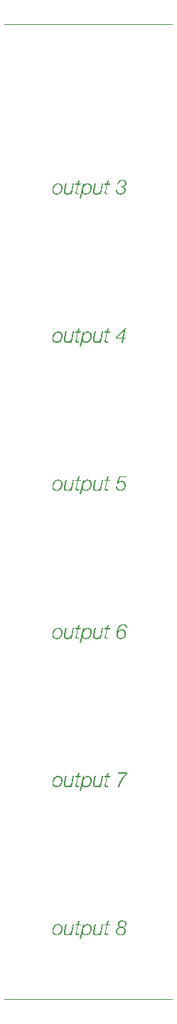
<source format=gbr>
G04 DipTrace 4.0.0.5*
G04 TopSilk.gbr*
%MOIN*%
G04 #@! TF.FileFunction,Legend,Top*
G04 #@! TF.Part,Single*
%FSLAX26Y26*%
G04*
G70*
G90*
G75*
G01*
G04 TopSilk*
%LPD*%
G36*
X653199Y4464259D2*
X655356Y4463335D1*
X657143Y4462294D1*
X658769Y4461064D1*
X660231Y4459646D1*
X661510Y4458049D1*
X662609Y4456277D1*
X663608Y4454125D1*
X664293Y4451995D1*
X664785Y4449467D1*
X665008Y4446490D1*
X664852Y4442115D1*
X664297Y4437961D1*
X663346Y4433874D1*
X662256Y4430587D1*
X660899Y4427513D1*
X659278Y4424654D1*
X657591Y4422264D1*
X655900Y4420320D1*
X654035Y4418564D1*
X651997Y4416993D1*
X649787Y4415608D1*
X648009Y4414707D1*
X646130Y4413965D1*
X643808Y4413299D1*
X641350Y4412849D1*
X641113Y4417843D1*
D1*
X639018Y4417651D1*
X636476Y4417715D1*
X634495Y4417975D1*
X632970Y4418335D1*
X631559Y4418824D1*
X630264Y4419445D1*
X629310Y4420034D1*
X628429Y4420707D1*
X627623Y4421463D1*
X626718Y4422524D1*
X625772Y4423916D1*
X624978Y4425423D1*
X624339Y4427045D1*
X623852Y4428780D1*
X623479Y4430950D1*
X623315Y4433277D1*
X623370Y4435877D1*
X623841Y4439564D1*
X624899Y4443814D1*
X626201Y4447251D1*
X627765Y4450239D1*
X629522Y4452812D1*
X631256Y4454786D1*
X633202Y4456533D1*
X635361Y4458055D1*
X636908Y4458894D1*
X638541Y4459550D1*
X640480Y4460068D1*
X642526Y4460356D1*
X644928Y4460406D1*
X646920Y4460244D1*
X648759Y4459902D1*
X650175Y4459478D1*
X651484Y4458927D1*
X652686Y4458249D1*
X653571Y4457617D1*
X654387Y4456903D1*
X655134Y4456109D1*
X656133Y4454801D1*
X656976Y4453383D1*
X657668Y4451857D1*
X658205Y4450223D1*
X658589Y4448479D1*
X658843Y4446307D1*
X658885Y4443823D1*
X658526Y4439938D1*
X657559Y4435454D1*
X656354Y4431912D1*
X654781Y4428601D1*
X652967Y4425718D1*
X651281Y4423650D1*
X649382Y4421816D1*
X647273Y4420218D1*
X646140Y4419528D1*
X644554Y4418776D1*
X642879Y4418214D1*
X641113Y4417843D1*
X641350Y4412849D1*
X638753Y4412617D1*
X636134Y4412600D1*
X634071Y4412740D1*
X632122Y4413024D1*
X630290Y4413448D1*
X628572Y4414014D1*
X627358Y4414531D1*
X626210Y4415129D1*
X625126Y4415806D1*
X624106Y4416562D1*
X623152Y4417399D1*
X621978Y4418635D1*
X620928Y4419978D1*
X620008Y4421417D1*
X619218Y4422955D1*
X618558Y4424591D1*
X618028Y4426323D1*
X617627Y4428155D1*
X617307Y4430580D1*
X617193Y4433927D1*
X617416Y4437664D1*
X617991Y4441348D1*
X618917Y4444976D1*
X620058Y4448157D1*
X621315Y4450840D1*
X622797Y4453349D1*
X624501Y4455688D1*
X626420Y4457828D1*
X628542Y4459744D1*
X630869Y4461440D1*
X633400Y4462912D1*
X635500Y4463861D1*
X637718Y4464600D1*
X640054Y4465131D1*
X642507Y4465454D1*
X646085Y4465552D1*
X649118Y4465281D1*
X651744Y4464722D1*
X653199Y4464259D1*
G37*
G36*
X703329Y4413945D2*
X705080Y4423087D1*
X704877D1*
X703004Y4420102D1*
X700482Y4417606D1*
X697348Y4415600D1*
X694202Y4413592D1*
X690743Y4412581D1*
X686986D1*
X684789D1*
X682768Y4412825D1*
X680909Y4413314D1*
X679066Y4413795D1*
X677465Y4414576D1*
X676108Y4415647D1*
X674739Y4416718D1*
X673680Y4418109D1*
X672948Y4419824D1*
X672202Y4421541D1*
X671822Y4423602D1*
Y4426003D1*
Y4427360D1*
X672080Y4429339D1*
X672596Y4431930D1*
X679499Y4464109D1*
X685630D1*
X678631Y4431734D1*
X678441Y4430961D1*
X678278Y4430133D1*
X678143Y4429257D1*
X678007Y4428383D1*
X677953Y4427522D1*
Y4426681D1*
Y4425060D1*
X678238Y4423669D1*
X678820Y4422503D1*
X679404Y4421337D1*
X680190Y4420394D1*
X681154Y4419682D1*
X682130Y4418970D1*
X683243Y4418448D1*
X684517Y4418122D1*
X685778Y4417803D1*
X687081Y4417640D1*
X688451D1*
X690717D1*
X692873Y4418122D1*
X694920Y4419098D1*
X696955Y4420068D1*
X698840Y4421445D1*
X700550Y4423228D1*
X702272Y4425013D1*
X703777Y4427182D1*
X705080Y4429747D1*
X706367Y4432303D1*
X707371Y4435172D1*
X708091Y4438345D1*
X713625Y4464109D1*
X719755D1*
X708958Y4413945D1*
X703329D1*
G37*
G36*
X735312Y4464109D2*
X738513Y4479280D1*
X744644D1*
X741429Y4464109D1*
X751440D1*
X750476Y4458962D1*
X740262D1*
X733360Y4426776D1*
X733101Y4425609D1*
X732925Y4424720D1*
X732831Y4424104D1*
X732735Y4423487D1*
X732681Y4422795D1*
Y4422014D1*
Y4421106D1*
X732925Y4420299D1*
X733413Y4419580D1*
X733902Y4418869D1*
X734730Y4418516D1*
X735895D1*
X738282D1*
X740684Y4418706D1*
X743084Y4419098D1*
X742013Y4413850D1*
X740982Y4413720D1*
X739937Y4413619D1*
X738907Y4413558D1*
X737862Y4413491D1*
X736832Y4413457D1*
X735787D1*
X734621D1*
X733495Y4413538D1*
X732396Y4413701D1*
X731283Y4413864D1*
X730294Y4414202D1*
X729425Y4414724D1*
X728545Y4415240D1*
X727853Y4415972D1*
X727337Y4416908D1*
X726822Y4417850D1*
X726550Y4419064D1*
Y4420556D1*
Y4421072D1*
X726605Y4421785D1*
X726699Y4422693D1*
X726794Y4423602D1*
X726984Y4424605D1*
X727241Y4425711D1*
X734146Y4458962D1*
X725098D1*
X726265Y4464109D1*
X735312D1*
G37*
G36*
X766711D2*
X764759Y4455070D1*
X764962D1*
X766459Y4457199D1*
X767948Y4458978D1*
X769526Y4460563D1*
X771197Y4461955D1*
X772598Y4462932D1*
X773718Y4463568D1*
X774911Y4464117D1*
X776180Y4464577D1*
X777524Y4464950D1*
X779433Y4465311D1*
X781478Y4465516D1*
X784343Y4465547D1*
X786634Y4465364D1*
X788757Y4464988D1*
X790399Y4464530D1*
X791924Y4463940D1*
X793617Y4463083D1*
X794911Y4462257D1*
X796102Y4461327D1*
X797190Y4460294D1*
X798180Y4459157D1*
X799063Y4457923D1*
X799836Y4456589D1*
X800621Y4454858D1*
X801339Y4452665D1*
X801856Y4450325D1*
X802201Y4447487D1*
X802287Y4444802D1*
X802147Y4441864D1*
X801766Y4438932D1*
X801143Y4436008D1*
X800274Y4433089D1*
X799186Y4430268D1*
X798114Y4428028D1*
X796891Y4425890D1*
X795517Y4423854D1*
X794000Y4421930D1*
X792353Y4420154D1*
X790575Y4418528D1*
X788665Y4417050D1*
X786626Y4415722D1*
X784909Y4414790D1*
X783121Y4414021D1*
X781260Y4413415D1*
X779328Y4412974D1*
X777325Y4412697D1*
X775255Y4412584D1*
X772388Y4412699D1*
X769584Y4413134D1*
X767581Y4413684D1*
X765945Y4414344D1*
X764438Y4415168D1*
X763228Y4416034D1*
X762139Y4417045D1*
X761169Y4418197D1*
X760437Y4419297D1*
X759827Y4420500D1*
X759266Y4422038D1*
X758871Y4423720D1*
X758831Y4423962D1*
X762304Y4424613D1*
D1*
X761699Y4426077D1*
X761244Y4427659D1*
X760941Y4429358D1*
X760780Y4431488D1*
X760839Y4434159D1*
X761298Y4437848D1*
X762331Y4442117D1*
X763680Y4445812D1*
X765293Y4449043D1*
X767244Y4452035D1*
X769049Y4454178D1*
X771072Y4456080D1*
X773316Y4457741D1*
X774113Y4458230D1*
X775768Y4459060D1*
X777507Y4459694D1*
X779332Y4460131D1*
X781487Y4460386D1*
X783730Y4460392D1*
X785559Y4460205D1*
X786970Y4459912D1*
X788278Y4459497D1*
X789483Y4458958D1*
X790585Y4458297D1*
X791392Y4457680D1*
X792133Y4456983D1*
X792808Y4456209D1*
X793698Y4454937D1*
X794451Y4453576D1*
X795070Y4452127D1*
X795618Y4450325D1*
X795979Y4448403D1*
X796154Y4446358D1*
X796106Y4443457D1*
X795594Y4439381D1*
X794504Y4434951D1*
X793160Y4431369D1*
X791552Y4428232D1*
X789739Y4425520D1*
X787938Y4423444D1*
X785915Y4421609D1*
X783669Y4420020D1*
X782055Y4419156D1*
X780350Y4418487D1*
X778556Y4418012D1*
X776430Y4417707D1*
X774039Y4417654D1*
X771927Y4417836D1*
X770255Y4418167D1*
X768709Y4418660D1*
X767518Y4419193D1*
X766416Y4419839D1*
X765402Y4420596D1*
X764478Y4421465D1*
X763650Y4422433D1*
X762925Y4423482D1*
X762304Y4424613D1*
X758831Y4423962D1*
X758642D1*
X752505Y4395471D1*
X746493D1*
X761161Y4464096D1*
X761182Y4464109D1*
X766711D1*
G37*
G36*
X840117Y4413945D2*
X841866Y4423087D1*
X841663D1*
X839791Y4420102D1*
X837268Y4417606D1*
X834135Y4415600D1*
X830988Y4413592D1*
X827530Y4412581D1*
X823773D1*
X821575D1*
X819554Y4412825D1*
X817696Y4413314D1*
X815852Y4413795D1*
X814251Y4414576D1*
X812895Y4415647D1*
X811525Y4416718D1*
X810467Y4418109D1*
X809735Y4419824D1*
X808988Y4421541D1*
X808609Y4423602D1*
Y4426003D1*
Y4427360D1*
X808866Y4429339D1*
X809382Y4431930D1*
X816286Y4464109D1*
X822416D1*
X815417Y4431734D1*
X815227Y4430961D1*
X815064Y4430133D1*
X814929Y4429257D1*
X814794Y4428383D1*
X814739Y4427522D1*
Y4426681D1*
Y4425060D1*
X815024Y4423669D1*
X815608Y4422503D1*
X816190Y4421337D1*
X816978Y4420394D1*
X817941Y4419682D1*
X818917Y4418970D1*
X820029Y4418448D1*
X821304Y4418122D1*
X822566Y4417803D1*
X823867Y4417640D1*
X825238D1*
X827503D1*
X829659Y4418122D1*
X831707Y4419098D1*
X833741Y4420068D1*
X835627Y4421445D1*
X837336Y4423228D1*
X839059Y4425013D1*
X840564Y4427182D1*
X841866Y4429747D1*
X843155Y4432303D1*
X844159Y4435172D1*
X844877Y4438345D1*
X850411Y4464109D1*
X856542D1*
X845745Y4413945D1*
X840117D1*
G37*
G36*
X872098Y4464109D2*
X875299Y4479280D1*
X881430D1*
X878217Y4464109D1*
X888226D1*
X887262Y4458962D1*
X877050D1*
X870146Y4426776D1*
X869888Y4425609D1*
X869711Y4424720D1*
X869617Y4424104D1*
X869522Y4423487D1*
X869467Y4422795D1*
Y4422014D1*
Y4421106D1*
X869711Y4420299D1*
X870199Y4419580D1*
X870688Y4418869D1*
X871516Y4418516D1*
X872682D1*
X875070D1*
X877470Y4418706D1*
X879870Y4419098D1*
X878799Y4413850D1*
X877768Y4413720D1*
X876724Y4413619D1*
X875693Y4413558D1*
X874648Y4413491D1*
X873618Y4413457D1*
X872573D1*
X871407D1*
X870281Y4413538D1*
X869182Y4413701D1*
X868071Y4413864D1*
X867080Y4414202D1*
X866213Y4414724D1*
X865331Y4415240D1*
X864639Y4415972D1*
X864123Y4416908D1*
X863608Y4417850D1*
X863337Y4419064D1*
Y4420556D1*
Y4421072D1*
X863391Y4421785D1*
X863486Y4422693D1*
X863581Y4423602D1*
X863770Y4424605D1*
X864029Y4425711D1*
X870932Y4458962D1*
X861886D1*
X863052Y4464109D1*
X872098D1*
G37*
G36*
X924983Y4422598D2*
X925697Y4421727D1*
X926483Y4420940D1*
X927344Y4420238D1*
X928276Y4419619D1*
X929282Y4419084D1*
X930360Y4418634D1*
X931510Y4418268D1*
X932734Y4417986D1*
X934030Y4417787D1*
X935398Y4417672D1*
X936738Y4417640D1*
X938112Y4417686D1*
X939453Y4417815D1*
X940762Y4418025D1*
X942041Y4418318D1*
X943287Y4418694D1*
X944495Y4419150D1*
X945651Y4419675D1*
X946756Y4420269D1*
X947808Y4420933D1*
X948808Y4421667D1*
X949753Y4422469D1*
X950631Y4423333D1*
X951438Y4424255D1*
X952173Y4425236D1*
X952837Y4426277D1*
X953429Y4427378D1*
X953941Y4428535D1*
X954353Y4429739D1*
X954664Y4430987D1*
X954875Y4432282D1*
X954990Y4433623D1*
X955008Y4434970D1*
X954941Y4436196D1*
X954794Y4437345D1*
X954563Y4438420D1*
X954251Y4439420D1*
X953853Y4440345D1*
X953381Y4441198D1*
X952850Y4441992D1*
X952262Y4442726D1*
X951613Y4443402D1*
X950906Y4444017D1*
X950139Y4444573D1*
X949328Y4445071D1*
X948475Y4445509D1*
X947579Y4445888D1*
X946640Y4446207D1*
X945156Y4446579D1*
X943075Y4446916D1*
X940883Y4447083D1*
X936591Y4447101D1*
X936554Y4447113D1*
X937601Y4452207D1*
X937629Y4452248D1*
X943070Y4452274D1*
X945955Y4452484D1*
X948278Y4452802D1*
X949404Y4453037D1*
X950487Y4453337D1*
X951528Y4453703D1*
X952525Y4454136D1*
X953479Y4454635D1*
X954382Y4455205D1*
X955219Y4455852D1*
X955992Y4456580D1*
X956698Y4457386D1*
X957337Y4458272D1*
X957903Y4459239D1*
X958151Y4459760D1*
X958373Y4460307D1*
X958568Y4460881D1*
X958738Y4461480D1*
X958999Y4462760D1*
X959154Y4464144D1*
X959202Y4465614D1*
X959161Y4466663D1*
X959042Y4467665D1*
X958848Y4468621D1*
X958577Y4469531D1*
X958232Y4470395D1*
X957818Y4471213D1*
X957357Y4471978D1*
X956850Y4472690D1*
X956297Y4473350D1*
X955694Y4473957D1*
X955046Y4474509D1*
X954360Y4475014D1*
X953253Y4475686D1*
X952056Y4476256D1*
X950773Y4476722D1*
X949434Y4477071D1*
X948059Y4477302D1*
X946647Y4477416D1*
X945139Y4477415D1*
X943808Y4477332D1*
X942535Y4477176D1*
X941320Y4476946D1*
X940165Y4476642D1*
X939068Y4476264D1*
X938029Y4475811D1*
X937049Y4475285D1*
X936127Y4474684D1*
X935265Y4474010D1*
X934461Y4473261D1*
X933711Y4472445D1*
X933014Y4471577D1*
X932366Y4470657D1*
X931769Y4469688D1*
X931222Y4468667D1*
X930724Y4467596D1*
X930277Y4466472D1*
X929879Y4465299D1*
X929531Y4464073D1*
X929234Y4462798D1*
X928986Y4461471D1*
X928845Y4461294D1*
X922840D1*
X923194Y4463049D1*
X923617Y4464736D1*
X924105Y4466358D1*
X924661Y4467913D1*
X925283Y4469402D1*
X925971Y4470823D1*
X926726Y4472178D1*
X927547Y4473467D1*
X928436Y4474690D1*
X929388Y4475846D1*
X930409Y4476936D1*
X931505Y4477938D1*
X932677Y4478844D1*
X933925Y4479651D1*
X935249Y4480360D1*
X936650Y4480970D1*
X938126Y4481483D1*
X939680Y4481898D1*
X941310Y4482215D1*
X943017Y4482434D1*
X944801Y4482555D1*
X947046Y4482568D1*
X949094Y4482419D1*
X950429Y4482230D1*
X951740Y4481969D1*
X953025Y4481634D1*
X954283Y4481226D1*
X955491Y4480747D1*
X956646Y4480202D1*
X957747Y4479588D1*
X958798Y4478906D1*
X959795Y4478154D1*
X960719Y4477328D1*
X961570Y4476430D1*
X962345Y4475461D1*
X963046Y4474417D1*
X963672Y4473303D1*
X964207Y4472119D1*
X964638Y4470865D1*
X964963Y4469542D1*
X965185Y4468150D1*
X965301Y4466688D1*
X965315Y4465304D1*
X965251Y4464151D1*
X965114Y4463026D1*
X964904Y4461930D1*
X964622Y4460865D1*
X964265Y4459827D1*
X963849Y4458829D1*
X963377Y4457878D1*
X962846Y4456971D1*
X962260Y4456112D1*
X961618Y4455299D1*
X960921Y4454530D1*
X960175Y4453807D1*
X959377Y4453131D1*
X958528Y4452501D1*
X957159Y4451644D1*
X955692Y4450895D1*
X954154Y4450270D1*
X952543Y4449772D1*
X951038Y4449433D1*
Y4449239D1*
X952325Y4448857D1*
X953172Y4448539D1*
X953975Y4448176D1*
X954736Y4447768D1*
X955454Y4447316D1*
X956130Y4446819D1*
X956764Y4446278D1*
X957356Y4445693D1*
X957906Y4445063D1*
X958412Y4444390D1*
X958875Y4443675D1*
X959294Y4442936D1*
X959669Y4442172D1*
X960003Y4441387D1*
X960294Y4440577D1*
X960542Y4439747D1*
X960747Y4438891D1*
X960909Y4438013D1*
X961029Y4437112D1*
X961106Y4436188D1*
X961140Y4435240D1*
X961093Y4433307D1*
X960912Y4431444D1*
X960594Y4429660D1*
X960386Y4428799D1*
X960143Y4427957D1*
X959866Y4427135D1*
X959556Y4426335D1*
X958837Y4424791D1*
X958021Y4423333D1*
X957112Y4421965D1*
X956112Y4420684D1*
X955018Y4419492D1*
X953832Y4418390D1*
X952564Y4417379D1*
X951232Y4416466D1*
X949835Y4415648D1*
X948373Y4414924D1*
X946845Y4414295D1*
X945257Y4413764D1*
X943640Y4413331D1*
X942000Y4412995D1*
X940339Y4412759D1*
X938655Y4412621D1*
X936898Y4412583D1*
X934782Y4412651D1*
X932783Y4412832D1*
X930900Y4413125D1*
X929135Y4413529D1*
X927488Y4414045D1*
X925951Y4414667D1*
X924525Y4415386D1*
X923853Y4415782D1*
X923210Y4416202D1*
X922594Y4416646D1*
X922007Y4417113D1*
X921449Y4417605D1*
X920919Y4418119D1*
X920417Y4418659D1*
X919492Y4419804D1*
X918664Y4421030D1*
X917934Y4422335D1*
X917306Y4423719D1*
X916776Y4425182D1*
X916344Y4426722D1*
X916004Y4428322D1*
X915755Y4429979D1*
X915594Y4431693D1*
X915521Y4433463D1*
X915534Y4435289D1*
X915623Y4435531D1*
X921671D1*
X921638Y4434274D1*
X921660Y4432877D1*
X921753Y4431530D1*
X921913Y4430235D1*
X922144Y4428990D1*
X922444Y4427797D1*
X922814Y4426655D1*
X923251Y4425563D1*
X923759Y4424524D1*
X924336Y4423535D1*
X924983Y4422598D1*
G37*
G36*
X653199Y2380925D2*
X655356Y2380004D1*
X657143Y2378963D1*
X658769Y2377732D1*
X660231Y2376315D1*
X661510Y2374719D1*
X662709Y2372761D1*
X663608Y2370798D1*
X664293Y2368667D1*
X664785Y2366135D1*
X665008Y2363156D1*
X664852Y2358783D1*
X664297Y2354631D1*
X663346Y2350547D1*
X662256Y2347257D1*
X660899Y2344184D1*
X659278Y2341323D1*
X657790Y2339186D1*
X656121Y2337224D1*
X654278Y2335445D1*
X652261Y2333850D1*
X650072Y2332440D1*
X648312Y2331516D1*
X646450Y2330748D1*
X644148Y2330050D1*
X641710Y2329568D1*
X640886Y2334475D1*
D1*
X638778Y2334311D1*
X636134Y2334412D1*
X634181Y2334703D1*
X632678Y2335089D1*
X631290Y2335605D1*
X630018Y2336251D1*
X629083Y2336862D1*
X628222Y2337555D1*
X627434Y2338332D1*
X626718Y2339192D1*
X625772Y2340587D1*
X624978Y2342094D1*
X624339Y2343715D1*
X623852Y2345451D1*
X623479Y2347621D1*
X623315Y2349945D1*
X623370Y2352545D1*
X623841Y2356236D1*
X624899Y2360486D1*
X626201Y2363921D1*
X627765Y2366908D1*
X629522Y2369479D1*
X631256Y2371453D1*
X633202Y2373199D1*
X635361Y2374722D1*
X636908Y2375560D1*
X638541Y2376217D1*
X640480Y2376735D1*
X642526Y2377022D1*
X644928Y2377072D1*
X646920Y2376912D1*
X648759Y2376570D1*
X650175Y2376146D1*
X651484Y2375596D1*
X652686Y2374919D1*
X653571Y2374286D1*
X654387Y2373571D1*
X655134Y2372776D1*
X656133Y2371467D1*
X656976Y2370051D1*
X657668Y2368526D1*
X658205Y2366894D1*
X658589Y2365151D1*
X658843Y2362980D1*
X658885Y2360496D1*
X658526Y2356609D1*
X657559Y2352122D1*
X656354Y2348584D1*
X654781Y2345274D1*
X652967Y2342391D1*
X651281Y2340323D1*
X649382Y2338488D1*
X647273Y2336885D1*
X645948Y2336089D1*
X644349Y2335361D1*
X642663Y2334823D1*
X640886Y2334475D1*
X641710Y2329568D1*
X639133Y2329304D1*
X636668Y2329253D1*
X634576Y2329360D1*
X632598Y2329608D1*
X630738Y2329997D1*
X628991Y2330529D1*
X627756Y2331020D1*
X626587Y2331591D1*
X625480Y2332240D1*
X624440Y2332970D1*
X623463Y2333780D1*
X622551Y2334668D1*
X621436Y2335961D1*
X620451Y2337353D1*
X619596Y2338843D1*
X618871Y2340429D1*
X618277Y2342114D1*
X617811Y2343896D1*
X617475Y2345776D1*
X617236Y2348262D1*
X617234Y2351958D1*
X617584Y2355676D1*
X618286Y2359340D1*
X619341Y2362942D1*
X620589Y2366043D1*
X621946Y2368650D1*
X623526Y2371083D1*
X625329Y2373340D1*
X627105Y2375163D1*
X629295Y2377003D1*
X631689Y2378622D1*
X633988Y2379873D1*
X636122Y2380764D1*
X638374Y2381445D1*
X640743Y2381917D1*
X643594Y2382201D1*
X646803Y2382194D1*
X649567Y2381881D1*
X651955Y2381331D1*
X653199Y2380925D1*
G37*
G36*
X703329Y2330618D2*
X705080Y2339760D1*
X704877D1*
X703004Y2336776D1*
X700482Y2334281D1*
X697348Y2332273D1*
X694202Y2330265D1*
X690743Y2329248D1*
X686986D1*
X684789D1*
X682768Y2329492D1*
X680909Y2329980D1*
X679066Y2330469D1*
X677465Y2331243D1*
X676108Y2332314D1*
X674739Y2333385D1*
X673680Y2334782D1*
X672948Y2336491D1*
X672202Y2338214D1*
X671822Y2340276D1*
Y2342676D1*
Y2344033D1*
X672080Y2346013D1*
X672596Y2348604D1*
X679499Y2380776D1*
X685630D1*
X678631Y2348400D1*
X678441Y2347627D1*
X678278Y2346799D1*
X678143Y2345932D1*
X678007Y2345050D1*
X677953Y2344196D1*
Y2343354D1*
Y2341727D1*
X678238Y2340343D1*
X678820Y2339177D1*
X679404Y2338010D1*
X680190Y2337060D1*
X681154Y2336356D1*
X682130Y2335636D1*
X683243Y2335121D1*
X684517Y2334795D1*
X685778Y2334470D1*
X687081Y2334307D1*
X688451D1*
X690717D1*
X692873Y2334795D1*
X694920Y2335772D1*
X696955Y2336735D1*
X698840Y2338118D1*
X700550Y2339895D1*
X702272Y2341686D1*
X703777Y2343856D1*
X705080Y2346420D1*
X706367Y2348970D1*
X707371Y2351845D1*
X708091Y2355018D1*
X713625Y2380776D1*
X719755D1*
X708958Y2330618D1*
X703329D1*
G37*
G36*
X735312Y2380776D2*
X738513Y2395953D1*
X744644D1*
X741429Y2380776D1*
X751440D1*
X750476Y2375635D1*
X740262D1*
X733360Y2343449D1*
X733101Y2342282D1*
X732925Y2341387D1*
X732831Y2340777D1*
X732735Y2340154D1*
X732681Y2339462D1*
Y2338689D1*
Y2337780D1*
X732925Y2336966D1*
X733413Y2336247D1*
X733902Y2335542D1*
X734730Y2335189D1*
X735895D1*
X738282D1*
X740684Y2335379D1*
X743084Y2335772D1*
X742013Y2330524D1*
X740982Y2330387D1*
X739937Y2330293D1*
X738907Y2330224D1*
X737862Y2330157D1*
X736832Y2330130D1*
X735787D1*
X734621D1*
X733495Y2330211D1*
X732396Y2330374D1*
X731283Y2330537D1*
X730294Y2330875D1*
X729425Y2331391D1*
X728545Y2331907D1*
X727853Y2332639D1*
X727337Y2333575D1*
X726822Y2334525D1*
X726550Y2335731D1*
Y2337223D1*
Y2337739D1*
X726605Y2338458D1*
X726699Y2339366D1*
X726794Y2340276D1*
X726984Y2341280D1*
X727241Y2342378D1*
X734146Y2375635D1*
X725098D1*
X726265Y2380776D1*
X735312D1*
G37*
G36*
X766711D2*
X764759Y2371743D1*
X764962D1*
X766459Y2373873D1*
X767948Y2375650D1*
X769526Y2377234D1*
X771197Y2378627D1*
X772598Y2379605D1*
X773718Y2380241D1*
X774911Y2380790D1*
X776180Y2381251D1*
X777524Y2381623D1*
X779433Y2381984D1*
X781478Y2382189D1*
X784343Y2382220D1*
X786634Y2382037D1*
X788757Y2381661D1*
X790399Y2381203D1*
X791924Y2380613D1*
X793617Y2379756D1*
X794911Y2378928D1*
X796102Y2377997D1*
X797190Y2376966D1*
X798180Y2375829D1*
X799063Y2374592D1*
X799836Y2373257D1*
X800621Y2371529D1*
X801248Y2369661D1*
X801794Y2367340D1*
X802172Y2364521D1*
X802287Y2361475D1*
X802147Y2358537D1*
X801766Y2355604D1*
X801143Y2352678D1*
X800274Y2349762D1*
X799186Y2346941D1*
X798114Y2344701D1*
X796891Y2342563D1*
X795517Y2340528D1*
X794000Y2338604D1*
X792353Y2336827D1*
X790575Y2335199D1*
X788665Y2333720D1*
X786626Y2332390D1*
X784909Y2331457D1*
X783121Y2330688D1*
X781260Y2330081D1*
X779328Y2329640D1*
X777325Y2329364D1*
X775255Y2329251D1*
X772388Y2329369D1*
X769584Y2329807D1*
X767581Y2330354D1*
X765945Y2331016D1*
X764438Y2331841D1*
X763228Y2332707D1*
X762139Y2333715D1*
X761169Y2334867D1*
X760437Y2335969D1*
X759827Y2337171D1*
X759266Y2338707D1*
X758871Y2340388D1*
X758831Y2340629D1*
X762304Y2341285D1*
D1*
X761699Y2342747D1*
X761244Y2344328D1*
X760941Y2346025D1*
X760780Y2348155D1*
X760839Y2350828D1*
X761298Y2354517D1*
X762331Y2358783D1*
X763680Y2362479D1*
X765293Y2365710D1*
X767244Y2368702D1*
X769049Y2370845D1*
X771072Y2372749D1*
X773316Y2374415D1*
X774113Y2374902D1*
X775768Y2375730D1*
X777507Y2376362D1*
X779332Y2376798D1*
X781487Y2377052D1*
X783730Y2377059D1*
X785559Y2376871D1*
X786970Y2376581D1*
X788278Y2376167D1*
X789483Y2375629D1*
X790585Y2374969D1*
X791392Y2374352D1*
X792133Y2373656D1*
X792808Y2372882D1*
X793698Y2371608D1*
X794451Y2370247D1*
X795070Y2368798D1*
X795618Y2366996D1*
X795979Y2365072D1*
X796164Y2362724D1*
X796092Y2359904D1*
X795550Y2355822D1*
X794430Y2351390D1*
X793064Y2347824D1*
X791434Y2344699D1*
X789739Y2342190D1*
X787938Y2340117D1*
X785915Y2338282D1*
X783669Y2336693D1*
X782055Y2335829D1*
X780350Y2335159D1*
X778556Y2334681D1*
X776430Y2334375D1*
X774039Y2334320D1*
X771927Y2334504D1*
X770255Y2334836D1*
X768709Y2335329D1*
X767518Y2335865D1*
X766416Y2336510D1*
X765402Y2337269D1*
X764478Y2338138D1*
X763650Y2339106D1*
X762925Y2340155D1*
X762304Y2341285D1*
X758831Y2340629D1*
X758642D1*
X752505Y2312144D1*
X746493D1*
X761161Y2380762D1*
X761182Y2380776D1*
X766711D1*
G37*
G36*
X840117Y2330618D2*
X841866Y2339760D1*
X841663D1*
X839791Y2336776D1*
X837268Y2334281D1*
X834135Y2332273D1*
X830988Y2330265D1*
X827530Y2329248D1*
X823773D1*
X821575D1*
X819554Y2329492D1*
X817696Y2329980D1*
X815852Y2330469D1*
X814251Y2331243D1*
X812895Y2332314D1*
X811525Y2333385D1*
X810467Y2334782D1*
X809735Y2336491D1*
X808988Y2338214D1*
X808609Y2340276D1*
Y2342676D1*
Y2344033D1*
X808866Y2346013D1*
X809382Y2348604D1*
X816286Y2380776D1*
X822416D1*
X815417Y2348400D1*
X815227Y2347627D1*
X815064Y2346799D1*
X814929Y2345932D1*
X814794Y2345050D1*
X814739Y2344196D1*
Y2343354D1*
Y2341727D1*
X815024Y2340343D1*
X815608Y2339177D1*
X816190Y2338010D1*
X816978Y2337060D1*
X817941Y2336356D1*
X818917Y2335636D1*
X820029Y2335121D1*
X821304Y2334795D1*
X822566Y2334470D1*
X823867Y2334307D1*
X825238D1*
X827503D1*
X829659Y2334795D1*
X831707Y2335772D1*
X833741Y2336735D1*
X835627Y2338118D1*
X837336Y2339895D1*
X839059Y2341686D1*
X840564Y2343856D1*
X841866Y2346420D1*
X843155Y2348970D1*
X844159Y2351845D1*
X844877Y2355018D1*
X850411Y2380776D1*
X856542D1*
X845745Y2330618D1*
X840117D1*
G37*
G36*
X872098Y2380776D2*
X875299Y2395953D1*
X881430D1*
X878217Y2380776D1*
X888226D1*
X887262Y2375635D1*
X877050D1*
X870146Y2343449D1*
X869888Y2342282D1*
X869711Y2341387D1*
X869617Y2340777D1*
X869522Y2340154D1*
X869467Y2339462D1*
Y2338689D1*
Y2337780D1*
X869711Y2336966D1*
X870199Y2336247D1*
X870688Y2335542D1*
X871516Y2335189D1*
X872682D1*
X875070D1*
X877470Y2335379D1*
X879870Y2335772D1*
X878799Y2330524D1*
X877768Y2330387D1*
X876724Y2330293D1*
X875693Y2330224D1*
X874648Y2330157D1*
X873618Y2330130D1*
X872573D1*
X871407D1*
X870281Y2330211D1*
X869182Y2330374D1*
X868071Y2330537D1*
X867080Y2330875D1*
X866213Y2331391D1*
X865331Y2331907D1*
X864639Y2332639D1*
X864123Y2333575D1*
X863608Y2334525D1*
X863337Y2335731D1*
Y2337223D1*
Y2337739D1*
X863391Y2338458D1*
X863486Y2339366D1*
X863581Y2340276D1*
X863770Y2341280D1*
X864029Y2342378D1*
X870932Y2375635D1*
X861886D1*
X863052Y2380776D1*
X872098D1*
G37*
G36*
X948501Y2394094D2*
X947240Y2394056D1*
X946024Y2393938D1*
X944853Y2393744D1*
X943728Y2393470D1*
X942648Y2393118D1*
X941615Y2392686D1*
X940629Y2392176D1*
X939689Y2391585D1*
X938357Y2390570D1*
X937100Y2389461D1*
X935916Y2388264D1*
X934806Y2386978D1*
X933769Y2385602D1*
X932503Y2383633D1*
X930814Y2380496D1*
X929358Y2377206D1*
X926465Y2368315D1*
X925660Y2365327D1*
X925850D1*
X928479Y2363101D1*
D1*
X929959Y2364814D1*
X931458Y2366169D1*
X933110Y2367349D1*
X934919Y2368352D1*
X936409Y2368959D1*
X937969Y2369400D1*
X939832Y2369702D1*
X941756Y2369789D1*
X944218Y2369619D1*
X946345Y2369202D1*
X948348Y2368533D1*
X950184Y2367636D1*
X951698Y2366634D1*
X953064Y2365453D1*
X954138Y2364243D1*
X955055Y2362896D1*
X955894Y2361244D1*
X956466Y2359617D1*
X956849Y2357877D1*
X957047Y2355814D1*
X956971Y2352900D1*
X956566Y2349925D1*
X955837Y2347025D1*
X954965Y2344741D1*
X953854Y2342627D1*
X952507Y2340676D1*
X951259Y2339266D1*
X949690Y2337861D1*
X948150Y2336773D1*
X946467Y2335840D1*
X944883Y2335194D1*
X943197Y2334724D1*
X941408Y2334429D1*
X939240Y2334307D1*
X937058Y2334430D1*
X935234Y2334761D1*
X933533Y2335302D1*
X931955Y2336042D1*
X930370Y2337050D1*
X929097Y2338122D1*
X927970Y2339345D1*
X926886Y2340852D1*
X925900Y2342684D1*
X925133Y2344690D1*
X924602Y2346816D1*
X924332Y2349043D1*
Y2351702D1*
X924642Y2354252D1*
X925253Y2356755D1*
X926159Y2359177D1*
X927210Y2361218D1*
X928479Y2363101D1*
X925850Y2365327D1*
X926818Y2366780D1*
X927571Y2367751D1*
X928377Y2368663D1*
X929234Y2369516D1*
X930144Y2370311D1*
X931105Y2371049D1*
X932119Y2371726D1*
X933186Y2372344D1*
X934860Y2373150D1*
X936581Y2373807D1*
X938352Y2374315D1*
X940169Y2374673D1*
X942031Y2374883D1*
X943902Y2374942D1*
X945923Y2374844D1*
X947377Y2374657D1*
X948777Y2374373D1*
X950125Y2373991D1*
X951420Y2373512D1*
X953058Y2372735D1*
X954581Y2371832D1*
X955990Y2370806D1*
X957285Y2369654D1*
X958181Y2368706D1*
X959262Y2367337D1*
X960218Y2365864D1*
X961047Y2364282D1*
X961755Y2362592D1*
X962329Y2360808D1*
X962759Y2358975D1*
X963042Y2357092D1*
X963177Y2355156D1*
X963156Y2352848D1*
X962944Y2350383D1*
X962657Y2348602D1*
X962261Y2346878D1*
X961759Y2345209D1*
X961148Y2343596D1*
X960444Y2342056D1*
X959652Y2340597D1*
X958773Y2339217D1*
X957806Y2337913D1*
X956751Y2336690D1*
X955609Y2335551D1*
X954387Y2334503D1*
X953087Y2333539D1*
X951706Y2332667D1*
X950244Y2331882D1*
X948172Y2330975D1*
X946542Y2330409D1*
X944853Y2329955D1*
X943104Y2329613D1*
X941295Y2329382D1*
X938794Y2329251D1*
X936423Y2329314D1*
X934756Y2329482D1*
X933172Y2329755D1*
X931668Y2330130D1*
X930245Y2330608D1*
X928903Y2331186D1*
X927638Y2331849D1*
X926457Y2332597D1*
X925358Y2333428D1*
X924341Y2334340D1*
X923407Y2335333D1*
X922552Y2336407D1*
X921776Y2337551D1*
X920858Y2339181D1*
X920076Y2340929D1*
X919430Y2342794D1*
X918925Y2344765D1*
X918475Y2347352D1*
X918226Y2350071D1*
X918184Y2353257D1*
X918394Y2357457D1*
X918873Y2361836D1*
X919806Y2367333D1*
X920669Y2371033D1*
X921745Y2374647D1*
X923037Y2378176D1*
X924543Y2381619D1*
X926076Y2384542D1*
X927785Y2387252D1*
X929673Y2389778D1*
X931434Y2391756D1*
X933327Y2393531D1*
X934997Y2394857D1*
X936777Y2396025D1*
X938672Y2397030D1*
X940685Y2397869D1*
X942378Y2398413D1*
X944144Y2398822D1*
X945984Y2399094D1*
X948385Y2399244D1*
X949862Y2399235D1*
X951794Y2399119D1*
X953627Y2398887D1*
X955360Y2398537D1*
X956993Y2398070D1*
X957773Y2397791D1*
X958529Y2397484D1*
X959259Y2397147D1*
X959965Y2396781D1*
X960644Y2396385D1*
X961301Y2395959D1*
X961932Y2395505D1*
X962539Y2395020D1*
X963117Y2394505D1*
X963661Y2393959D1*
X964171Y2393382D1*
X964647Y2392774D1*
X965088Y2392134D1*
X965496Y2391462D1*
X965870Y2390759D1*
X966210Y2390024D1*
X966517Y2389259D1*
X966789Y2388462D1*
X967026Y2387633D1*
X967231Y2386773D1*
X967402Y2385882D1*
X967640Y2384007D1*
X967743Y2382005D1*
X967734Y2381467D1*
X961665D1*
X961617Y2381819D1*
X961510Y2383220D1*
X961322Y2384538D1*
X961049Y2385770D1*
X960692Y2386917D1*
X960253Y2387980D1*
X959731Y2388957D1*
X959125Y2389849D1*
X958436Y2390656D1*
X957664Y2391378D1*
X956810Y2392014D1*
X955871Y2392567D1*
X954850Y2393034D1*
X953747Y2393416D1*
X952560Y2393713D1*
X951290Y2393925D1*
X949937Y2394052D1*
X948501Y2394094D1*
G37*
G36*
X653199Y3769814D2*
X655356Y3768890D1*
X657143Y3767850D1*
X658769Y3766621D1*
X660231Y3765201D1*
X661510Y3763605D1*
X662609Y3761833D1*
X663608Y3759680D1*
X664293Y3757551D1*
X664785Y3755022D1*
X665008Y3752045D1*
X664852Y3747671D1*
X664297Y3743516D1*
X663346Y3739429D1*
X662256Y3736142D1*
X660899Y3733068D1*
X659278Y3730209D1*
X657591Y3727819D1*
X655900Y3725877D1*
X654035Y3724119D1*
X651997Y3722549D1*
X649787Y3721164D1*
X648009Y3720264D1*
X646130Y3719521D1*
X643808Y3718854D1*
X641350Y3718406D1*
X641113Y3723398D1*
D1*
X639018Y3723207D1*
X636476Y3723270D1*
X634495Y3723530D1*
X632970Y3723890D1*
X631559Y3724381D1*
X630264Y3725000D1*
X629310Y3725591D1*
X628429Y3726262D1*
X627623Y3727020D1*
X626718Y3728080D1*
X625772Y3729472D1*
X624978Y3730979D1*
X624339Y3732600D1*
X623852Y3734336D1*
X623479Y3736505D1*
X623315Y3738833D1*
X623370Y3741433D1*
X623841Y3745121D1*
X624899Y3749369D1*
X626201Y3752806D1*
X627765Y3755795D1*
X629522Y3758367D1*
X631256Y3760341D1*
X633202Y3762089D1*
X635361Y3763610D1*
X636908Y3764450D1*
X638541Y3765105D1*
X640480Y3765625D1*
X642526Y3765912D1*
X644928Y3765962D1*
X646920Y3765801D1*
X648759Y3765457D1*
X650175Y3765033D1*
X651484Y3764482D1*
X652686Y3763804D1*
X653571Y3763172D1*
X654387Y3762458D1*
X655134Y3761664D1*
X656133Y3760356D1*
X656976Y3758938D1*
X657668Y3757413D1*
X658205Y3755778D1*
X658589Y3754035D1*
X658843Y3751864D1*
X658885Y3749378D1*
X658526Y3745495D1*
X657559Y3741010D1*
X656354Y3737467D1*
X654781Y3734156D1*
X652967Y3731273D1*
X651281Y3729205D1*
X649382Y3727373D1*
X647273Y3725773D1*
X646140Y3725083D1*
X644554Y3724331D1*
X642879Y3723769D1*
X641113Y3723398D1*
X641350Y3718406D1*
X638753Y3718173D1*
X636134Y3718155D1*
X634071Y3718297D1*
X632122Y3718579D1*
X630290Y3719004D1*
X628572Y3719570D1*
X627358Y3720087D1*
X626210Y3720684D1*
X625126Y3721361D1*
X624106Y3722118D1*
X623152Y3722954D1*
X621978Y3724190D1*
X620928Y3725533D1*
X620008Y3726972D1*
X619218Y3728510D1*
X618558Y3730146D1*
X618028Y3731879D1*
X617627Y3733710D1*
X617307Y3736136D1*
X617193Y3739482D1*
X617416Y3743219D1*
X617991Y3746903D1*
X618917Y3750533D1*
X620058Y3753714D1*
X621315Y3756395D1*
X622797Y3758906D1*
X624501Y3761244D1*
X626420Y3763383D1*
X628542Y3765301D1*
X630869Y3766995D1*
X633400Y3768467D1*
X635500Y3769416D1*
X637718Y3770156D1*
X640054Y3770686D1*
X642507Y3771009D1*
X646085Y3771109D1*
X649118Y3770837D1*
X651744Y3770277D1*
X653199Y3769814D1*
G37*
G36*
X703329Y3719500D2*
X705080Y3728642D1*
X704877D1*
X703004Y3725657D1*
X700482Y3723163D1*
X697348Y3721155D1*
X694202Y3719148D1*
X690743Y3718138D1*
X686986D1*
X684789D1*
X682768Y3718382D1*
X680909Y3718870D1*
X679066Y3719352D1*
X677465Y3720131D1*
X676108Y3721202D1*
X674739Y3722274D1*
X673680Y3723664D1*
X672948Y3725381D1*
X672202Y3727096D1*
X671822Y3729157D1*
Y3731558D1*
Y3732915D1*
X672080Y3734895D1*
X672596Y3737486D1*
X679499Y3769664D1*
X685630D1*
X678631Y3737289D1*
X678441Y3736516D1*
X678278Y3735688D1*
X678143Y3734814D1*
X678007Y3733938D1*
X677953Y3733077D1*
Y3732236D1*
Y3730615D1*
X678238Y3729226D1*
X678820Y3728059D1*
X679404Y3726892D1*
X680190Y3725950D1*
X681154Y3725238D1*
X682130Y3724525D1*
X683243Y3724004D1*
X684517Y3723678D1*
X685778Y3723360D1*
X687081Y3723197D1*
X688451D1*
X690717D1*
X692873Y3723678D1*
X694920Y3724655D1*
X696955Y3725625D1*
X698840Y3727001D1*
X700550Y3728785D1*
X702272Y3730568D1*
X703777Y3732738D1*
X705080Y3735302D1*
X706367Y3737858D1*
X707371Y3740727D1*
X708091Y3743900D1*
X713625Y3769664D1*
X719755D1*
X708958Y3719500D1*
X703329D1*
G37*
G36*
X735312Y3769664D2*
X738513Y3784835D1*
X744644D1*
X741429Y3769664D1*
X751440D1*
X750476Y3764517D1*
X740262D1*
X733360Y3732331D1*
X733101Y3731165D1*
X732925Y3730277D1*
X732831Y3729659D1*
X732735Y3729042D1*
X732681Y3728350D1*
Y3727571D1*
Y3726661D1*
X732925Y3725854D1*
X733413Y3725136D1*
X733902Y3724424D1*
X734730Y3724071D1*
X735895D1*
X738282D1*
X740684Y3724261D1*
X743084Y3724655D1*
X742013Y3719406D1*
X740982Y3719277D1*
X739937Y3719175D1*
X738907Y3719114D1*
X737862Y3719046D1*
X736832Y3719012D1*
X735787D1*
X734621D1*
X733495Y3719093D1*
X732396Y3719256D1*
X731283Y3719419D1*
X730294Y3719759D1*
X729425Y3720281D1*
X728545Y3720795D1*
X727853Y3721528D1*
X727337Y3722465D1*
X726822Y3723407D1*
X726550Y3724621D1*
Y3726113D1*
Y3726627D1*
X726605Y3727340D1*
X726699Y3728249D1*
X726794Y3729157D1*
X726984Y3730161D1*
X727241Y3731266D1*
X734146Y3764517D1*
X725098D1*
X726265Y3769664D1*
X735312D1*
G37*
G36*
X766711D2*
X764759Y3760625D1*
X764962D1*
X766459Y3762755D1*
X767948Y3764533D1*
X769526Y3766118D1*
X771197Y3767510D1*
X772598Y3768487D1*
X773718Y3769123D1*
X774911Y3769672D1*
X776180Y3770133D1*
X777524Y3770507D1*
X779433Y3770866D1*
X781478Y3771071D1*
X784343Y3771102D1*
X786634Y3770919D1*
X788757Y3770543D1*
X790399Y3770085D1*
X791924Y3769495D1*
X793617Y3768639D1*
X794911Y3767812D1*
X796102Y3766883D1*
X797190Y3765849D1*
X798180Y3764714D1*
X799063Y3763479D1*
X799836Y3762144D1*
X800621Y3760415D1*
X801339Y3758220D1*
X801856Y3755882D1*
X802201Y3753042D1*
X802287Y3750358D1*
X802147Y3747420D1*
X801766Y3744488D1*
X801143Y3741563D1*
X800274Y3738646D1*
X799186Y3735823D1*
X798114Y3733583D1*
X796891Y3731445D1*
X795517Y3729409D1*
X794000Y3727487D1*
X792353Y3725710D1*
X790575Y3724083D1*
X788665Y3722605D1*
X786626Y3721278D1*
X784909Y3720345D1*
X783121Y3719576D1*
X781260Y3718971D1*
X779328Y3718529D1*
X777325Y3718252D1*
X775255Y3718140D1*
X772388Y3718255D1*
X769584Y3718690D1*
X767581Y3719239D1*
X765945Y3719899D1*
X764438Y3720723D1*
X763228Y3721591D1*
X762139Y3722600D1*
X761169Y3723752D1*
X760437Y3724852D1*
X759827Y3726056D1*
X759266Y3727593D1*
X758871Y3729277D1*
X758831Y3729517D1*
X762304Y3730168D1*
D1*
X761699Y3731633D1*
X761244Y3733214D1*
X760941Y3734913D1*
X760780Y3737045D1*
X760839Y3739714D1*
X761298Y3743404D1*
X762331Y3747672D1*
X763680Y3751367D1*
X765293Y3754600D1*
X767244Y3757591D1*
X769049Y3759734D1*
X771072Y3761635D1*
X773316Y3763297D1*
X774113Y3763786D1*
X775768Y3764617D1*
X777507Y3765249D1*
X779332Y3765686D1*
X781487Y3765941D1*
X783730Y3765948D1*
X785559Y3765760D1*
X786970Y3765467D1*
X788278Y3765052D1*
X789483Y3764514D1*
X790585Y3763852D1*
X791392Y3763235D1*
X792133Y3762538D1*
X792808Y3761764D1*
X793698Y3760492D1*
X794451Y3759131D1*
X795070Y3757682D1*
X795618Y3755881D1*
X795979Y3753958D1*
X796154Y3751915D1*
X796106Y3749012D1*
X795594Y3744937D1*
X794504Y3740508D1*
X793160Y3736924D1*
X791552Y3733787D1*
X789739Y3731076D1*
X787938Y3729000D1*
X785915Y3727165D1*
X783669Y3725575D1*
X782055Y3724713D1*
X780350Y3724043D1*
X778556Y3723567D1*
X776430Y3723264D1*
X774039Y3723209D1*
X771927Y3723391D1*
X770255Y3723723D1*
X768709Y3724215D1*
X767518Y3724748D1*
X766416Y3725394D1*
X765402Y3726151D1*
X764478Y3727020D1*
X763650Y3727988D1*
X762925Y3729038D1*
X762304Y3730168D1*
X758831Y3729517D1*
X758642D1*
X752505Y3701028D1*
X746493D1*
X761161Y3769651D1*
X761182Y3769664D1*
X766711D1*
G37*
G36*
X840117Y3719500D2*
X841866Y3728642D1*
X841663D1*
X839791Y3725657D1*
X837268Y3723163D1*
X834135Y3721155D1*
X830988Y3719148D1*
X827530Y3718138D1*
X823773D1*
X821575D1*
X819554Y3718382D1*
X817696Y3718870D1*
X815852Y3719352D1*
X814251Y3720131D1*
X812895Y3721202D1*
X811525Y3722274D1*
X810467Y3723664D1*
X809735Y3725381D1*
X808988Y3727096D1*
X808609Y3729157D1*
Y3731558D1*
Y3732915D1*
X808866Y3734895D1*
X809382Y3737486D1*
X816286Y3769664D1*
X822416D1*
X815417Y3737289D1*
X815227Y3736516D1*
X815064Y3735688D1*
X814929Y3734814D1*
X814794Y3733938D1*
X814739Y3733077D1*
Y3732236D1*
Y3730615D1*
X815024Y3729226D1*
X815608Y3728059D1*
X816190Y3726892D1*
X816978Y3725950D1*
X817941Y3725238D1*
X818917Y3724525D1*
X820029Y3724004D1*
X821304Y3723678D1*
X822566Y3723360D1*
X823867Y3723197D1*
X825238D1*
X827503D1*
X829659Y3723678D1*
X831707Y3724655D1*
X833741Y3725625D1*
X835627Y3727001D1*
X837336Y3728785D1*
X839059Y3730568D1*
X840564Y3732738D1*
X841866Y3735302D1*
X843155Y3737858D1*
X844159Y3740727D1*
X844877Y3743900D1*
X850411Y3769664D1*
X856542D1*
X845745Y3719500D1*
X840117D1*
G37*
G36*
X872098Y3769664D2*
X875299Y3784835D1*
X881430D1*
X878217Y3769664D1*
X888226D1*
X887262Y3764517D1*
X877050D1*
X870146Y3732331D1*
X869888Y3731165D1*
X869711Y3730277D1*
X869617Y3729659D1*
X869522Y3729042D1*
X869467Y3728350D1*
Y3727571D1*
Y3726661D1*
X869711Y3725854D1*
X870199Y3725136D1*
X870688Y3724424D1*
X871516Y3724071D1*
X872682D1*
X875070D1*
X877470Y3724261D1*
X879870Y3724655D1*
X878799Y3719406D1*
X877768Y3719277D1*
X876724Y3719175D1*
X875693Y3719114D1*
X874648Y3719046D1*
X873618Y3719012D1*
X872573D1*
X871407D1*
X870281Y3719093D1*
X869182Y3719256D1*
X868071Y3719419D1*
X867080Y3719759D1*
X866213Y3720281D1*
X865331Y3720795D1*
X864639Y3721528D1*
X864123Y3722465D1*
X863608Y3723407D1*
X863337Y3724621D1*
Y3726113D1*
Y3726627D1*
X863391Y3727340D1*
X863486Y3728249D1*
X863581Y3729157D1*
X863770Y3730161D1*
X864029Y3731266D1*
X870932Y3764517D1*
X861886D1*
X863052Y3769664D1*
X872098D1*
G37*
G36*
X962797Y3787555D2*
X952882Y3741568D1*
X963190D1*
X962024Y3736413D1*
X951811D1*
X948122Y3719500D1*
X941991D1*
X945680Y3736413D1*
X946752Y3741568D1*
D1*
X921673D1*
X954239Y3777056D1*
X954429Y3776860D1*
X946752Y3741568D1*
X945680Y3736413D1*
X914675D1*
X915638Y3742151D1*
X957358Y3787555D1*
X962797D1*
G37*
G36*
X653199Y1686480D2*
X655356Y1685559D1*
X657143Y1684518D1*
X658769Y1683287D1*
X660231Y1681870D1*
X661510Y1680274D1*
X662709Y1678316D1*
X663608Y1676354D1*
X664293Y1674223D1*
X664785Y1671692D1*
X665008Y1668711D1*
X664852Y1664339D1*
X664297Y1660188D1*
X663346Y1656102D1*
X662256Y1652812D1*
X660899Y1649739D1*
X659278Y1646878D1*
X657790Y1644743D1*
X656121Y1642780D1*
X654278Y1641001D1*
X652261Y1639406D1*
X650072Y1637995D1*
X648312Y1637071D1*
X646450Y1636303D1*
X644148Y1635606D1*
X641710Y1635125D1*
X640886Y1640031D1*
D1*
X638778Y1639867D1*
X636134Y1639967D1*
X634181Y1640259D1*
X632678Y1640644D1*
X631290Y1641160D1*
X630018Y1641807D1*
X629083Y1642417D1*
X628222Y1643112D1*
X627434Y1643888D1*
X626718Y1644747D1*
X625772Y1646142D1*
X624978Y1647650D1*
X624339Y1649272D1*
X623852Y1651007D1*
X623479Y1653176D1*
X623315Y1655500D1*
X623370Y1658100D1*
X623841Y1661791D1*
X624899Y1666041D1*
X626201Y1669476D1*
X627765Y1672465D1*
X629522Y1675034D1*
X631256Y1677008D1*
X633202Y1678756D1*
X635361Y1680277D1*
X636908Y1681117D1*
X638541Y1681772D1*
X640480Y1682291D1*
X642526Y1682579D1*
X644928Y1682629D1*
X646920Y1682467D1*
X648759Y1682126D1*
X650175Y1681702D1*
X651484Y1681151D1*
X652686Y1680475D1*
X653571Y1679841D1*
X654387Y1679127D1*
X655134Y1678331D1*
X656133Y1677022D1*
X656976Y1675606D1*
X657668Y1674083D1*
X658205Y1672449D1*
X658589Y1670707D1*
X658843Y1668537D1*
X658885Y1666051D1*
X658526Y1662164D1*
X657559Y1657677D1*
X656354Y1654139D1*
X654781Y1650829D1*
X652967Y1647946D1*
X651281Y1645878D1*
X649382Y1644043D1*
X647273Y1642440D1*
X645948Y1641646D1*
X644349Y1640916D1*
X642663Y1640379D1*
X640886Y1640031D1*
X641710Y1635125D1*
X639133Y1634860D1*
X636668Y1634808D1*
X634576Y1634915D1*
X632598Y1635163D1*
X630738Y1635552D1*
X628991Y1636084D1*
X627756Y1636575D1*
X626587Y1637146D1*
X625480Y1637797D1*
X624440Y1638526D1*
X623463Y1639335D1*
X622551Y1640223D1*
X621436Y1641516D1*
X620451Y1642908D1*
X619596Y1644398D1*
X618871Y1645984D1*
X618277Y1647669D1*
X617811Y1649451D1*
X617475Y1651332D1*
X617236Y1653818D1*
X617234Y1657514D1*
X617584Y1661232D1*
X618286Y1664895D1*
X619341Y1668499D1*
X620589Y1671598D1*
X621946Y1674205D1*
X623526Y1676639D1*
X625329Y1678895D1*
X627105Y1680719D1*
X629295Y1682559D1*
X631689Y1684177D1*
X633988Y1685428D1*
X636122Y1686319D1*
X638374Y1687001D1*
X640743Y1687474D1*
X643594Y1687757D1*
X646803Y1687749D1*
X649567Y1687437D1*
X651955Y1686887D1*
X653199Y1686480D1*
G37*
G36*
X703329Y1636173D2*
X705080Y1645315D1*
X704877D1*
X703004Y1642332D1*
X700482Y1639836D1*
X697348Y1637828D1*
X694202Y1635822D1*
X690743Y1634804D1*
X686986D1*
X684789D1*
X682768Y1635049D1*
X680909Y1635537D1*
X679066Y1636025D1*
X677465Y1636798D1*
X676108Y1637869D1*
X674739Y1638941D1*
X673680Y1640337D1*
X672948Y1642047D1*
X672202Y1643769D1*
X671822Y1645831D1*
Y1648231D1*
Y1649588D1*
X672080Y1651568D1*
X672596Y1654159D1*
X679499Y1686331D1*
X685630D1*
X678631Y1653955D1*
X678441Y1653182D1*
X678278Y1652354D1*
X678143Y1651487D1*
X678007Y1650605D1*
X677953Y1649751D1*
Y1648909D1*
Y1647282D1*
X678238Y1645899D1*
X678820Y1644732D1*
X679404Y1643566D1*
X680190Y1642617D1*
X681154Y1641911D1*
X682130Y1641192D1*
X683243Y1640677D1*
X684517Y1640352D1*
X685778Y1640026D1*
X687081Y1639864D1*
X688451D1*
X690717D1*
X692873Y1640352D1*
X694920Y1641328D1*
X696955Y1642291D1*
X698840Y1643675D1*
X700550Y1645451D1*
X702272Y1647241D1*
X703777Y1649412D1*
X705080Y1651975D1*
X706367Y1654525D1*
X707371Y1657400D1*
X708091Y1660575D1*
X713625Y1686331D1*
X719755D1*
X708958Y1636173D1*
X703329D1*
G37*
G36*
X735312Y1686331D2*
X738513Y1701508D1*
X744644D1*
X741429Y1686331D1*
X751440D1*
X750476Y1681190D1*
X740262D1*
X733360Y1649005D1*
X733101Y1647839D1*
X732925Y1646944D1*
X732831Y1646333D1*
X732735Y1645709D1*
X732681Y1645017D1*
Y1644244D1*
Y1643335D1*
X732925Y1642521D1*
X733413Y1641803D1*
X733902Y1641097D1*
X734730Y1640744D1*
X735895D1*
X738282D1*
X740684Y1640934D1*
X743084Y1641328D1*
X742013Y1636079D1*
X740982Y1635944D1*
X739937Y1635848D1*
X738907Y1635781D1*
X737862Y1635713D1*
X736832Y1635685D1*
X735787D1*
X734621D1*
X733495Y1635766D1*
X732396Y1635929D1*
X731283Y1636092D1*
X730294Y1636432D1*
X729425Y1636948D1*
X728545Y1637462D1*
X727853Y1638194D1*
X727337Y1639131D1*
X726822Y1640080D1*
X726550Y1641287D1*
Y1642780D1*
Y1643294D1*
X726605Y1644013D1*
X726699Y1644923D1*
X726794Y1645831D1*
X726984Y1646835D1*
X727241Y1647933D1*
X734146Y1681190D1*
X725098D1*
X726265Y1686331D1*
X735312D1*
G37*
G36*
X766711D2*
X764759Y1677298D1*
X764962D1*
X766459Y1679428D1*
X767948Y1681205D1*
X769526Y1682789D1*
X771197Y1684182D1*
X772598Y1685160D1*
X773718Y1685797D1*
X774911Y1686345D1*
X776180Y1686807D1*
X777524Y1687180D1*
X779433Y1687541D1*
X781478Y1687745D1*
X784343Y1687776D1*
X786634Y1687592D1*
X788757Y1687218D1*
X790399Y1686759D1*
X791924Y1686168D1*
X793617Y1685311D1*
X794911Y1684483D1*
X796102Y1683554D1*
X797190Y1682522D1*
X798180Y1681385D1*
X799063Y1680147D1*
X799836Y1678814D1*
X800621Y1677084D1*
X801248Y1675217D1*
X801794Y1672896D1*
X802172Y1670077D1*
X802287Y1667031D1*
X802147Y1664092D1*
X801766Y1661159D1*
X801143Y1658234D1*
X800274Y1655319D1*
X799186Y1652496D1*
X798114Y1650256D1*
X796891Y1648118D1*
X795517Y1646083D1*
X794000Y1644160D1*
X792353Y1642382D1*
X790575Y1640755D1*
X788665Y1639276D1*
X786626Y1637945D1*
X784909Y1637012D1*
X783121Y1636243D1*
X781260Y1635638D1*
X779328Y1635196D1*
X777325Y1634919D1*
X775255Y1634807D1*
X772388Y1634924D1*
X769584Y1635364D1*
X767581Y1635909D1*
X765945Y1636571D1*
X764438Y1637398D1*
X763228Y1638262D1*
X762139Y1639270D1*
X761169Y1640424D1*
X760437Y1641524D1*
X759827Y1642726D1*
X759266Y1644264D1*
X758871Y1645944D1*
X758831Y1646184D1*
X762304Y1646840D1*
D1*
X761699Y1648303D1*
X761244Y1649883D1*
X760941Y1651581D1*
X760780Y1653711D1*
X760839Y1656383D1*
X761298Y1660072D1*
X762331Y1664339D1*
X763680Y1668034D1*
X765293Y1671266D1*
X767244Y1674257D1*
X769049Y1676402D1*
X771072Y1678304D1*
X773316Y1679970D1*
X774113Y1680457D1*
X775768Y1681285D1*
X777507Y1681917D1*
X779332Y1682353D1*
X781487Y1682608D1*
X783730Y1682614D1*
X785559Y1682428D1*
X786970Y1682136D1*
X788278Y1681722D1*
X789483Y1681185D1*
X790585Y1680525D1*
X791392Y1679908D1*
X792133Y1679211D1*
X792808Y1678437D1*
X793698Y1677163D1*
X794451Y1675802D1*
X795070Y1674353D1*
X795618Y1672551D1*
X795979Y1670627D1*
X796164Y1668280D1*
X796092Y1665459D1*
X795550Y1661378D1*
X794430Y1656945D1*
X793064Y1653379D1*
X791434Y1650255D1*
X789739Y1647745D1*
X787938Y1645672D1*
X785915Y1643839D1*
X783669Y1642248D1*
X782055Y1641385D1*
X780350Y1640714D1*
X778556Y1640236D1*
X776430Y1639930D1*
X774039Y1639875D1*
X771927Y1640059D1*
X770255Y1640391D1*
X768709Y1640886D1*
X767518Y1641420D1*
X766416Y1642066D1*
X765402Y1642824D1*
X764478Y1643694D1*
X763650Y1644661D1*
X762925Y1645710D1*
X762304Y1646840D1*
X758831Y1646184D1*
X758642D1*
X752505Y1617701D1*
X746493D1*
X761161Y1686318D1*
X761182Y1686331D1*
X766711D1*
G37*
G36*
X840117Y1636173D2*
X841866Y1645315D1*
X841663D1*
X839791Y1642332D1*
X837268Y1639836D1*
X834135Y1637828D1*
X830988Y1635822D1*
X827530Y1634804D1*
X823773D1*
X821575D1*
X819554Y1635049D1*
X817696Y1635537D1*
X815852Y1636025D1*
X814251Y1636798D1*
X812895Y1637869D1*
X811525Y1638941D1*
X810467Y1640337D1*
X809735Y1642047D1*
X808988Y1643769D1*
X808609Y1645831D1*
Y1648231D1*
Y1649588D1*
X808866Y1651568D1*
X809382Y1654159D1*
X816286Y1686331D1*
X822416D1*
X815417Y1653955D1*
X815227Y1653182D1*
X815064Y1652354D1*
X814929Y1651487D1*
X814794Y1650605D1*
X814739Y1649751D1*
Y1648909D1*
Y1647282D1*
X815024Y1645899D1*
X815608Y1644732D1*
X816190Y1643566D1*
X816978Y1642617D1*
X817941Y1641911D1*
X818917Y1641192D1*
X820029Y1640677D1*
X821304Y1640352D1*
X822566Y1640026D1*
X823867Y1639864D1*
X825238D1*
X827503D1*
X829659Y1640352D1*
X831707Y1641328D1*
X833741Y1642291D1*
X835627Y1643675D1*
X837336Y1645451D1*
X839059Y1647241D1*
X840564Y1649412D1*
X841866Y1651975D1*
X843155Y1654525D1*
X844159Y1657400D1*
X844877Y1660575D1*
X850411Y1686331D1*
X856542D1*
X845745Y1636173D1*
X840117D1*
G37*
G36*
X872098Y1686331D2*
X875299Y1701508D1*
X881430D1*
X878217Y1686331D1*
X888226D1*
X887262Y1681190D1*
X877050D1*
X870146Y1649005D1*
X869888Y1647839D1*
X869711Y1646944D1*
X869617Y1646333D1*
X869522Y1645709D1*
X869467Y1645017D1*
Y1644244D1*
Y1643335D1*
X869711Y1642521D1*
X870199Y1641803D1*
X870688Y1641097D1*
X871516Y1640744D1*
X872682D1*
X875070D1*
X877470Y1640934D1*
X879870Y1641328D1*
X878799Y1636079D1*
X877768Y1635944D1*
X876724Y1635848D1*
X875693Y1635781D1*
X874648Y1635713D1*
X873618Y1635685D1*
X872573D1*
X871407D1*
X870281Y1635766D1*
X869182Y1635929D1*
X868071Y1636092D1*
X867080Y1636432D1*
X866213Y1636948D1*
X865331Y1637462D1*
X864639Y1638194D1*
X864123Y1639131D1*
X863608Y1640080D1*
X863337Y1641287D1*
Y1642780D1*
Y1643294D1*
X863391Y1644013D1*
X863486Y1644923D1*
X863581Y1645831D1*
X863770Y1646835D1*
X864029Y1647933D1*
X870932Y1681190D1*
X861886D1*
X863052Y1686331D1*
X872098D1*
G37*
G36*
X970189Y1703353D2*
X968915Y1698104D1*
X963991Y1693235D1*
X959542Y1688189D1*
X955554Y1682940D1*
X951567Y1677677D1*
X947986Y1672333D1*
X944812Y1666895D1*
X941693Y1661442D1*
X939021Y1656139D1*
X936782Y1650945D1*
X934558Y1645762D1*
X932727Y1640840D1*
X931290Y1636173D1*
X924495D1*
X926366Y1642454D1*
X928591Y1648231D1*
X931154Y1653480D1*
X933703Y1658730D1*
X936606Y1663938D1*
X939848Y1669133D1*
X946399Y1679631D1*
X953913Y1689152D1*
X962404Y1697711D1*
X925362D1*
X926732Y1703353D1*
X970189D1*
G37*
G36*
X653199Y3075369D2*
X655356Y3074445D1*
X657143Y3073406D1*
X658769Y3072176D1*
X660231Y3070757D1*
X661510Y3069160D1*
X662609Y3067388D1*
X663608Y3065236D1*
X664293Y3063106D1*
X664785Y3060577D1*
X665008Y3057601D1*
X664852Y3053226D1*
X664297Y3049071D1*
X663346Y3044984D1*
X662256Y3041698D1*
X660899Y3038625D1*
X659278Y3035765D1*
X657591Y3033374D1*
X655900Y3031432D1*
X654035Y3029676D1*
X651997Y3028105D1*
X649787Y3026719D1*
X648009Y3025819D1*
X646130Y3025076D1*
X643808Y3024411D1*
X641350Y3023961D1*
X641113Y3028953D1*
D1*
X639018Y3028762D1*
X636476Y3028825D1*
X634495Y3029087D1*
X632970Y3029446D1*
X631559Y3029936D1*
X630264Y3030556D1*
X629310Y3031146D1*
X628429Y3031819D1*
X627623Y3032575D1*
X626718Y3033635D1*
X625772Y3035028D1*
X624978Y3036534D1*
X624339Y3038155D1*
X623852Y3039891D1*
X623479Y3042062D1*
X623315Y3044388D1*
X623370Y3046988D1*
X623841Y3050676D1*
X624899Y3054924D1*
X626201Y3058362D1*
X627765Y3061350D1*
X629522Y3063924D1*
X631256Y3065898D1*
X633202Y3067644D1*
X635361Y3069167D1*
X636908Y3070005D1*
X638541Y3070661D1*
X640480Y3071180D1*
X642526Y3071467D1*
X644928Y3071517D1*
X646920Y3071356D1*
X648759Y3071013D1*
X650175Y3070588D1*
X651484Y3070038D1*
X652686Y3069361D1*
X653571Y3068728D1*
X654387Y3068014D1*
X655134Y3067219D1*
X656133Y3065912D1*
X656976Y3064495D1*
X657668Y3062969D1*
X658205Y3061333D1*
X658589Y3059591D1*
X658843Y3057419D1*
X658885Y3054933D1*
X658526Y3051050D1*
X657559Y3046566D1*
X656354Y3043024D1*
X654781Y3039713D1*
X652967Y3036828D1*
X651281Y3034761D1*
X649382Y3032928D1*
X647273Y3031329D1*
X646140Y3030639D1*
X644554Y3029886D1*
X642879Y3029324D1*
X641113Y3028953D1*
X641350Y3023961D1*
X638753Y3023728D1*
X636134Y3023710D1*
X634071Y3023852D1*
X632122Y3024135D1*
X630290Y3024559D1*
X628572Y3025125D1*
X627358Y3025643D1*
X626210Y3026240D1*
X625126Y3026916D1*
X624106Y3027673D1*
X623152Y3028509D1*
X621978Y3029745D1*
X620928Y3031088D1*
X620008Y3032529D1*
X619218Y3034066D1*
X618558Y3035701D1*
X618028Y3037434D1*
X617627Y3039265D1*
X617307Y3041692D1*
X617193Y3045037D1*
X617416Y3048774D1*
X617991Y3052458D1*
X618917Y3056088D1*
X620058Y3059269D1*
X621315Y3061950D1*
X622797Y3064461D1*
X624501Y3066799D1*
X626420Y3068940D1*
X628542Y3070856D1*
X630869Y3072550D1*
X633400Y3074024D1*
X635500Y3074971D1*
X637718Y3075711D1*
X640054Y3076243D1*
X642507Y3076564D1*
X646085Y3076664D1*
X649118Y3076392D1*
X651744Y3075833D1*
X653199Y3075369D1*
G37*
G36*
X703329Y3025056D2*
X705080Y3034198D1*
X704877D1*
X703004Y3031214D1*
X700482Y3028718D1*
X697348Y3026710D1*
X694202Y3024703D1*
X690743Y3023693D1*
X686986D1*
X684789D1*
X682768Y3023937D1*
X680909Y3024425D1*
X679066Y3024907D1*
X677465Y3025686D1*
X676108Y3026759D1*
X674739Y3027829D1*
X673680Y3029220D1*
X672948Y3030936D1*
X672202Y3032651D1*
X671822Y3034713D1*
Y3037114D1*
Y3038470D1*
X672080Y3040450D1*
X672596Y3043041D1*
X679499Y3075220D1*
X685630D1*
X678631Y3042844D1*
X678441Y3042071D1*
X678278Y3041244D1*
X678143Y3040369D1*
X678007Y3039493D1*
X677953Y3038633D1*
Y3037791D1*
Y3036171D1*
X678238Y3034781D1*
X678820Y3033614D1*
X679404Y3032448D1*
X680190Y3031505D1*
X681154Y3030793D1*
X682130Y3030081D1*
X683243Y3029559D1*
X684517Y3029234D1*
X685778Y3028915D1*
X687081Y3028752D1*
X688451D1*
X690717D1*
X692873Y3029234D1*
X694920Y3030210D1*
X696955Y3031180D1*
X698840Y3032556D1*
X700550Y3034340D1*
X702272Y3036123D1*
X703777Y3038294D1*
X705080Y3040857D1*
X706367Y3043413D1*
X707371Y3046282D1*
X708091Y3049457D1*
X713625Y3075220D1*
X719755D1*
X708958Y3025056D1*
X703329D1*
G37*
G36*
X735312Y3075220D2*
X738513Y3090391D1*
X744644D1*
X741429Y3075220D1*
X751440D1*
X750476Y3070072D1*
X740262D1*
X733360Y3037887D1*
X733101Y3036720D1*
X732925Y3035832D1*
X732831Y3035215D1*
X732735Y3034597D1*
X732681Y3033906D1*
Y3033126D1*
Y3032218D1*
X732925Y3031411D1*
X733413Y3030692D1*
X733902Y3029979D1*
X734730Y3029627D1*
X735895D1*
X738282D1*
X740684Y3029816D1*
X743084Y3030210D1*
X742013Y3024961D1*
X740982Y3024832D1*
X739937Y3024731D1*
X738907Y3024669D1*
X737862Y3024601D1*
X736832Y3024568D1*
X735787D1*
X734621D1*
X733495Y3024650D1*
X732396Y3024812D1*
X731283Y3024975D1*
X730294Y3025314D1*
X729425Y3025836D1*
X728545Y3026352D1*
X727853Y3027084D1*
X727337Y3028020D1*
X726822Y3028962D1*
X726550Y3030176D1*
Y3031668D1*
Y3032184D1*
X726605Y3032895D1*
X726699Y3033804D1*
X726794Y3034713D1*
X726984Y3035717D1*
X727241Y3036822D1*
X734146Y3070072D1*
X725098D1*
X726265Y3075220D1*
X735312D1*
G37*
G36*
X766711D2*
X764759Y3066180D1*
X764962D1*
X766459Y3068311D1*
X767948Y3070089D1*
X769526Y3071673D1*
X771197Y3073067D1*
X772598Y3074042D1*
X773718Y3074678D1*
X774911Y3075228D1*
X776180Y3075689D1*
X777524Y3076062D1*
X779433Y3076423D1*
X781478Y3076627D1*
X784343Y3076657D1*
X786634Y3076474D1*
X788757Y3076100D1*
X790399Y3075640D1*
X791924Y3075050D1*
X793617Y3074194D1*
X794911Y3073367D1*
X796102Y3072438D1*
X797190Y3071406D1*
X798180Y3070269D1*
X799063Y3069034D1*
X799836Y3067701D1*
X800621Y3065970D1*
X801339Y3063776D1*
X801856Y3061437D1*
X802201Y3058597D1*
X802287Y3055913D1*
X802147Y3052975D1*
X801766Y3050043D1*
X801143Y3047118D1*
X800274Y3044201D1*
X799186Y3041378D1*
X798114Y3039138D1*
X796891Y3037000D1*
X795517Y3034966D1*
X794000Y3033042D1*
X792353Y3031265D1*
X790575Y3029638D1*
X788665Y3028161D1*
X786626Y3026833D1*
X784909Y3025902D1*
X783121Y3025131D1*
X781260Y3024526D1*
X779328Y3024084D1*
X777325Y3023807D1*
X775255Y3023696D1*
X772388Y3023811D1*
X769584Y3024245D1*
X767581Y3024795D1*
X765945Y3025454D1*
X764438Y3026280D1*
X763228Y3027146D1*
X762139Y3028156D1*
X761169Y3029307D1*
X760437Y3030408D1*
X759827Y3031612D1*
X759266Y3033150D1*
X758871Y3034832D1*
X758831Y3035072D1*
X762304Y3035724D1*
D1*
X761699Y3037189D1*
X761244Y3038770D1*
X760941Y3040469D1*
X760780Y3042600D1*
X760839Y3045270D1*
X761298Y3048959D1*
X762331Y3053228D1*
X763680Y3056924D1*
X765293Y3060155D1*
X767244Y3063146D1*
X769049Y3065290D1*
X771072Y3067192D1*
X773316Y3068852D1*
X774113Y3069341D1*
X775768Y3070172D1*
X777507Y3070806D1*
X779332Y3071241D1*
X781487Y3071497D1*
X783730Y3071504D1*
X785559Y3071315D1*
X786970Y3071024D1*
X788278Y3070608D1*
X789483Y3070070D1*
X790585Y3069408D1*
X791392Y3068790D1*
X792133Y3068094D1*
X792808Y3067320D1*
X793698Y3066047D1*
X794451Y3064688D1*
X795070Y3063239D1*
X795618Y3061437D1*
X795979Y3059514D1*
X796154Y3057470D1*
X796106Y3054567D1*
X795594Y3050492D1*
X794504Y3046063D1*
X793160Y3042479D1*
X791552Y3039343D1*
X789739Y3036631D1*
X787938Y3034555D1*
X785915Y3032720D1*
X783669Y3031130D1*
X782055Y3030268D1*
X780350Y3029598D1*
X778556Y3029123D1*
X776430Y3028819D1*
X774039Y3028764D1*
X771927Y3028948D1*
X770255Y3029278D1*
X768709Y3029770D1*
X767518Y3030304D1*
X766416Y3030949D1*
X765402Y3031706D1*
X764478Y3032576D1*
X763650Y3033543D1*
X762925Y3034593D1*
X762304Y3035724D1*
X758831Y3035072D1*
X758642D1*
X752505Y3006583D1*
X746493D1*
X761161Y3075207D1*
X761182Y3075220D1*
X766711D1*
G37*
G36*
X840117Y3025056D2*
X841866Y3034198D1*
X841663D1*
X839791Y3031214D1*
X837268Y3028718D1*
X834135Y3026710D1*
X830988Y3024703D1*
X827530Y3023693D1*
X823773D1*
X821575D1*
X819554Y3023937D1*
X817696Y3024425D1*
X815852Y3024907D1*
X814251Y3025686D1*
X812895Y3026759D1*
X811525Y3027829D1*
X810467Y3029220D1*
X809735Y3030936D1*
X808988Y3032651D1*
X808609Y3034713D1*
Y3037114D1*
Y3038470D1*
X808866Y3040450D1*
X809382Y3043041D1*
X816286Y3075220D1*
X822416D1*
X815417Y3042844D1*
X815227Y3042071D1*
X815064Y3041244D1*
X814929Y3040369D1*
X814794Y3039493D1*
X814739Y3038633D1*
Y3037791D1*
Y3036171D1*
X815024Y3034781D1*
X815608Y3033614D1*
X816190Y3032448D1*
X816978Y3031505D1*
X817941Y3030793D1*
X818917Y3030081D1*
X820029Y3029559D1*
X821304Y3029234D1*
X822566Y3028915D1*
X823867Y3028752D1*
X825238D1*
X827503D1*
X829659Y3029234D1*
X831707Y3030210D1*
X833741Y3031180D1*
X835627Y3032556D1*
X837336Y3034340D1*
X839059Y3036123D1*
X840564Y3038294D1*
X841866Y3040857D1*
X843155Y3043413D1*
X844159Y3046282D1*
X844877Y3049457D1*
X850411Y3075220D1*
X856542D1*
X845745Y3025056D1*
X840117D1*
G37*
G36*
X872098Y3075220D2*
X875299Y3090391D1*
X881430D1*
X878217Y3075220D1*
X888226D1*
X887262Y3070072D1*
X877050D1*
X870146Y3037887D1*
X869888Y3036720D1*
X869711Y3035832D1*
X869617Y3035215D1*
X869522Y3034597D1*
X869467Y3033906D1*
Y3033126D1*
Y3032218D1*
X869711Y3031411D1*
X870199Y3030692D1*
X870688Y3029979D1*
X871516Y3029627D1*
X872682D1*
X875070D1*
X877470Y3029816D1*
X879870Y3030210D1*
X878799Y3024961D1*
X877768Y3024832D1*
X876724Y3024731D1*
X875693Y3024669D1*
X874648Y3024601D1*
X873618Y3024568D1*
X872573D1*
X871407D1*
X870281Y3024650D1*
X869182Y3024812D1*
X868071Y3024975D1*
X867080Y3025314D1*
X866213Y3025836D1*
X865331Y3026352D1*
X864639Y3027084D1*
X864123Y3028020D1*
X863608Y3028962D1*
X863337Y3030176D1*
Y3031668D1*
Y3032184D1*
X863391Y3032895D1*
X863486Y3033804D1*
X863581Y3034713D1*
X863770Y3035717D1*
X864029Y3036822D1*
X870932Y3070072D1*
X861886D1*
X863052Y3075220D1*
X872098D1*
G37*
G36*
X966391Y3092235D2*
X965042Y3086626D1*
X964984Y3086600D1*
X935299D1*
X935228Y3086454D1*
X927993Y3064816D1*
X928182D1*
X929118Y3065681D1*
X930316Y3066612D1*
X931600Y3067428D1*
X932969Y3068129D1*
X934424Y3068715D1*
X936466Y3069328D1*
X938535Y3069772D1*
X940631Y3070051D1*
X942756Y3070165D1*
X944399Y3070135D1*
X946000Y3069991D1*
X947537Y3069732D1*
X949008Y3069361D1*
X950415Y3068875D1*
X951753Y3068278D1*
X953013Y3067596D1*
X954194Y3066829D1*
X955298Y3065980D1*
X956323Y3065050D1*
X957270Y3064037D1*
X958133Y3062949D1*
X958913Y3061790D1*
X959614Y3060560D1*
X960234Y3059259D1*
X960770Y3057887D1*
X961211Y3056459D1*
X961654Y3054480D1*
X961925Y3052420D1*
X962024Y3050278D1*
X961966Y3048117D1*
X961772Y3045978D1*
X961440Y3043912D1*
X960971Y3041917D1*
X960367Y3039995D1*
X959636Y3038150D1*
X958786Y3036403D1*
X957816Y3034759D1*
X956727Y3033214D1*
X955522Y3031769D1*
X954199Y3030428D1*
X952776Y3029198D1*
X951256Y3028083D1*
X949639Y3027081D1*
X947928Y3026197D1*
X946119Y3025428D1*
X944228Y3024794D1*
X942257Y3024304D1*
X940207Y3023957D1*
X938080Y3023753D1*
X935912Y3023693D1*
X933543Y3023798D1*
X931850Y3023997D1*
X930228Y3024302D1*
X928678Y3024709D1*
X927205Y3025218D1*
X925811Y3025827D1*
X924503Y3026526D1*
X923278Y3027319D1*
X922140Y3028206D1*
X921089Y3029186D1*
X920130Y3030256D1*
X919266Y3031412D1*
X918501Y3032654D1*
X917832Y3033983D1*
X917262Y3035398D1*
X916791Y3036891D1*
X916438Y3038453D1*
X916205Y3040083D1*
X916088Y3041783D1*
X916091Y3043551D1*
X916117Y3044156D1*
X916167Y3044310D1*
X922201D1*
X922245Y3044192D1*
X922154Y3042358D1*
X922165Y3041483D1*
X922214Y3040635D1*
X922302Y3039815D1*
X922427Y3039021D1*
X922589Y3038255D1*
X922791Y3037514D1*
X923030Y3036802D1*
X923307Y3036117D1*
X923622Y3035459D1*
X923976Y3034828D1*
X924367Y3034224D1*
X924797Y3033648D1*
X925264Y3033098D1*
X925768Y3032577D1*
X926299Y3032087D1*
X926860Y3031631D1*
X927445Y3031209D1*
X928059Y3030819D1*
X928701Y3030465D1*
X929369Y3030142D1*
X930064Y3029854D1*
X930787Y3029600D1*
X931538Y3029378D1*
X932316Y3029190D1*
X933123Y3029035D1*
X934819Y3028827D1*
X936625Y3028752D1*
X938322Y3028807D1*
X939906Y3028984D1*
X941425Y3029283D1*
X942879Y3029703D1*
X944270Y3030245D1*
X945601Y3030902D1*
X946860Y3031646D1*
X948043Y3032474D1*
X949155Y3033388D1*
X950193Y3034388D1*
X951156Y3035471D1*
X952038Y3036617D1*
X952833Y3037824D1*
X953545Y3039092D1*
X954169Y3040420D1*
X954703Y3041808D1*
X955262Y3043719D1*
X955647Y3045688D1*
X955854Y3047711D1*
X955891Y3049409D1*
X955808Y3051167D1*
X955606Y3052836D1*
X955285Y3054417D1*
X954844Y3055911D1*
X954577Y3056625D1*
X954282Y3057318D1*
X953958Y3057987D1*
X953602Y3058635D1*
X953218Y3059262D1*
X952804Y3059867D1*
X952361Y3060450D1*
X951886Y3061007D1*
X951379Y3061528D1*
X950841Y3062012D1*
X950269Y3062461D1*
X949665Y3062873D1*
X949030Y3063248D1*
X948362Y3063588D1*
X947661Y3063891D1*
X946928Y3064159D1*
X946163Y3064388D1*
X945365Y3064584D1*
X944535Y3064741D1*
X943673Y3064864D1*
X942778Y3064950D1*
X940940Y3065013D1*
X939177Y3064944D1*
X937462Y3064744D1*
X935798Y3064417D1*
X934182Y3063959D1*
X932617Y3063374D1*
X931610Y3062904D1*
X930654Y3062348D1*
X929749Y3061707D1*
X928895Y3060979D1*
X928092Y3060167D1*
X927340Y3059266D1*
X926638Y3058281D1*
X925984Y3057210D1*
X925896Y3057144D1*
X920543Y3057625D1*
X920514Y3057655D1*
X931664Y3092176D1*
X931845Y3092235D1*
X966391D1*
G37*
G36*
X653199Y992035D2*
X655356Y991115D1*
X657143Y990073D1*
X658769Y988843D1*
X660231Y987425D1*
X661510Y985831D1*
X662709Y983873D1*
X663608Y981909D1*
X664293Y979778D1*
X664785Y977247D1*
X665008Y974268D1*
X664852Y969895D1*
X664297Y965743D1*
X663346Y961659D1*
X662256Y958367D1*
X660899Y955294D1*
X659278Y952434D1*
X657790Y950298D1*
X656121Y948335D1*
X654278Y946556D1*
X652261Y944962D1*
X650072Y943550D1*
X648312Y942626D1*
X646450Y941858D1*
X644148Y941161D1*
X641710Y940680D1*
X640886Y945587D1*
D1*
X638778Y945423D1*
X636134Y945522D1*
X634181Y945814D1*
X632678Y946201D1*
X631290Y946717D1*
X630018Y947362D1*
X629083Y947972D1*
X628222Y948667D1*
X627434Y949444D1*
X626718Y950302D1*
X625772Y951697D1*
X624978Y953205D1*
X624339Y954827D1*
X623852Y956563D1*
X623479Y958731D1*
X623315Y961056D1*
X623370Y963655D1*
X623841Y967348D1*
X624899Y971597D1*
X626201Y975031D1*
X627765Y978020D1*
X629522Y980591D1*
X631256Y982564D1*
X633202Y984311D1*
X635361Y985833D1*
X636908Y986672D1*
X638541Y987328D1*
X640480Y987846D1*
X642526Y988134D1*
X644928Y988184D1*
X646920Y988024D1*
X648759Y987681D1*
X650175Y987257D1*
X651484Y986707D1*
X652686Y986030D1*
X653571Y985398D1*
X654387Y984682D1*
X655134Y983887D1*
X656133Y982579D1*
X656976Y981163D1*
X657668Y979638D1*
X658205Y978005D1*
X658589Y976262D1*
X658843Y974092D1*
X658885Y971606D1*
X658526Y967719D1*
X657559Y963232D1*
X656354Y959696D1*
X654781Y956386D1*
X652967Y953501D1*
X651281Y951434D1*
X649382Y949598D1*
X647273Y947996D1*
X645948Y947201D1*
X644349Y946472D1*
X642663Y945934D1*
X640886Y945587D1*
X641710Y940680D1*
X639133Y940415D1*
X636668Y940364D1*
X634576Y940470D1*
X632598Y940718D1*
X630738Y941108D1*
X628991Y941639D1*
X627756Y942131D1*
X626587Y942702D1*
X625480Y943352D1*
X624440Y944081D1*
X623463Y944890D1*
X622551Y945778D1*
X621436Y947072D1*
X620451Y948463D1*
X619596Y949953D1*
X618871Y951541D1*
X618277Y953226D1*
X617811Y955008D1*
X617475Y956887D1*
X617236Y959373D1*
X617234Y963070D1*
X617584Y966787D1*
X618286Y970451D1*
X619341Y974054D1*
X620589Y977154D1*
X621946Y979760D1*
X623526Y982194D1*
X625329Y984451D1*
X627105Y986274D1*
X629295Y988114D1*
X631689Y989734D1*
X633988Y990983D1*
X636122Y991875D1*
X638374Y992556D1*
X640743Y993029D1*
X643594Y993312D1*
X646803Y993306D1*
X649567Y992992D1*
X651955Y992442D1*
X653199Y992035D1*
G37*
G36*
X703329Y941730D2*
X705080Y950871D1*
X704877D1*
X703004Y947887D1*
X700482Y945391D1*
X697348Y943385D1*
X694202Y941377D1*
X690743Y940360D1*
X686986D1*
X684789D1*
X682768Y940604D1*
X680909Y941092D1*
X679066Y941580D1*
X677465Y942353D1*
X676108Y943425D1*
X674739Y944496D1*
X673680Y945894D1*
X672948Y947602D1*
X672202Y949325D1*
X671822Y951386D1*
Y953787D1*
Y955143D1*
X672080Y957123D1*
X672596Y959714D1*
X679499Y991887D1*
X685630D1*
X678631Y959510D1*
X678441Y958738D1*
X678278Y957911D1*
X678143Y957042D1*
X678007Y956160D1*
X677953Y955306D1*
Y954466D1*
Y952837D1*
X678238Y951454D1*
X678820Y950287D1*
X679404Y949121D1*
X680190Y948172D1*
X681154Y947467D1*
X682130Y946748D1*
X683243Y946232D1*
X684517Y945907D1*
X685778Y945581D1*
X687081Y945419D1*
X688451D1*
X690717D1*
X692873Y945907D1*
X694920Y946883D1*
X696955Y947846D1*
X698840Y949230D1*
X700550Y951007D1*
X702272Y952797D1*
X703777Y954967D1*
X705080Y957530D1*
X706367Y960080D1*
X707371Y962955D1*
X708091Y966130D1*
X713625Y991887D1*
X719755D1*
X708958Y941730D1*
X703329D1*
G37*
G36*
X735312Y991887D2*
X738513Y1007064D1*
X744644D1*
X741429Y991887D1*
X751440D1*
X750476Y986747D1*
X740262D1*
X733360Y954560D1*
X733101Y953394D1*
X732925Y952499D1*
X732831Y951888D1*
X732735Y951264D1*
X732681Y950572D1*
Y949799D1*
Y948891D1*
X732925Y948077D1*
X733413Y947358D1*
X733902Y946652D1*
X734730Y946301D1*
X735895D1*
X738282D1*
X740684Y946490D1*
X743084Y946883D1*
X742013Y941634D1*
X740982Y941499D1*
X739937Y941404D1*
X738907Y941336D1*
X737862Y941268D1*
X736832Y941241D1*
X735787D1*
X734621D1*
X733495Y941323D1*
X732396Y941486D1*
X731283Y941648D1*
X730294Y941987D1*
X729425Y942503D1*
X728545Y943018D1*
X727853Y943751D1*
X727337Y944686D1*
X726822Y945635D1*
X726550Y946843D1*
Y948335D1*
Y948850D1*
X726605Y949570D1*
X726699Y950478D1*
X726794Y951386D1*
X726984Y952390D1*
X727241Y953488D1*
X734146Y986747D1*
X725098D1*
X726265Y991887D1*
X735312D1*
G37*
G36*
X766711D2*
X764759Y982853D1*
X764962D1*
X766459Y984983D1*
X767948Y986760D1*
X769526Y988344D1*
X771197Y989738D1*
X772598Y990715D1*
X773718Y991353D1*
X774911Y991902D1*
X776180Y992362D1*
X777524Y992735D1*
X779433Y993096D1*
X781478Y993301D1*
X784343Y993331D1*
X786634Y993147D1*
X788757Y992773D1*
X790399Y992315D1*
X791924Y991723D1*
X793617Y990866D1*
X794911Y990039D1*
X796102Y989109D1*
X797190Y988077D1*
X798180Y986941D1*
X799063Y985703D1*
X799836Y984369D1*
X800621Y982640D1*
X801248Y980773D1*
X801794Y978451D1*
X802172Y975633D1*
X802287Y972587D1*
X802147Y969647D1*
X801766Y966714D1*
X801143Y963789D1*
X800274Y960874D1*
X799186Y958052D1*
X798114Y955812D1*
X796891Y953673D1*
X795517Y951639D1*
X794000Y949715D1*
X792353Y947938D1*
X790575Y946311D1*
X788665Y944832D1*
X786626Y943500D1*
X784909Y942568D1*
X783121Y941798D1*
X781260Y941193D1*
X779328Y940751D1*
X777325Y940474D1*
X775255Y940362D1*
X772388Y940480D1*
X769584Y940919D1*
X767581Y941465D1*
X765945Y942126D1*
X764438Y942953D1*
X763228Y943818D1*
X762139Y944827D1*
X761169Y945979D1*
X760437Y947079D1*
X759827Y948282D1*
X759266Y949819D1*
X758871Y951500D1*
X758831Y951739D1*
X762304Y952395D1*
D1*
X761699Y953858D1*
X761244Y955438D1*
X760941Y957136D1*
X760780Y959266D1*
X760839Y961940D1*
X761298Y965627D1*
X762331Y969895D1*
X763680Y973591D1*
X765293Y976822D1*
X767244Y979812D1*
X769049Y981957D1*
X771072Y983860D1*
X773316Y985525D1*
X774113Y986013D1*
X775768Y986841D1*
X777507Y987474D1*
X779332Y987909D1*
X781487Y988164D1*
X783730Y988171D1*
X785559Y987983D1*
X786970Y987692D1*
X788278Y987278D1*
X789483Y986740D1*
X790585Y986080D1*
X791392Y985463D1*
X792133Y984768D1*
X792808Y983993D1*
X793698Y982719D1*
X794451Y981357D1*
X795070Y979908D1*
X795618Y978106D1*
X795979Y976184D1*
X796164Y973836D1*
X796092Y971014D1*
X795550Y966933D1*
X794430Y962501D1*
X793064Y958936D1*
X791434Y955811D1*
X789739Y953301D1*
X787938Y951228D1*
X785915Y949394D1*
X783669Y947804D1*
X782055Y946940D1*
X780350Y946269D1*
X778556Y945791D1*
X776430Y945486D1*
X774039Y945430D1*
X771927Y945614D1*
X770255Y945948D1*
X768709Y946441D1*
X767518Y946975D1*
X766416Y947622D1*
X765402Y948379D1*
X764478Y949249D1*
X763650Y950217D1*
X762925Y951265D1*
X762304Y952395D1*
X758831Y951739D1*
X758642D1*
X752505Y923256D1*
X746493D1*
X761161Y991874D1*
X761182Y991887D1*
X766711D1*
G37*
G36*
X840117Y941730D2*
X841866Y950871D1*
X841663D1*
X839791Y947887D1*
X837268Y945391D1*
X834135Y943385D1*
X830988Y941377D1*
X827530Y940360D1*
X823773D1*
X821575D1*
X819554Y940604D1*
X817696Y941092D1*
X815852Y941580D1*
X814251Y942353D1*
X812895Y943425D1*
X811525Y944496D1*
X810467Y945894D1*
X809735Y947602D1*
X808988Y949325D1*
X808609Y951386D1*
Y953787D1*
Y955143D1*
X808866Y957123D1*
X809382Y959714D1*
X816286Y991887D1*
X822416D1*
X815417Y959510D1*
X815227Y958738D1*
X815064Y957911D1*
X814929Y957042D1*
X814794Y956160D1*
X814739Y955306D1*
Y954466D1*
Y952837D1*
X815024Y951454D1*
X815608Y950287D1*
X816190Y949121D1*
X816978Y948172D1*
X817941Y947467D1*
X818917Y946748D1*
X820029Y946232D1*
X821304Y945907D1*
X822566Y945581D1*
X823867Y945419D1*
X825238D1*
X827503D1*
X829659Y945907D1*
X831707Y946883D1*
X833741Y947846D1*
X835627Y949230D1*
X837336Y951007D1*
X839059Y952797D1*
X840564Y954967D1*
X841866Y957530D1*
X843155Y960080D1*
X844159Y962955D1*
X844877Y966130D1*
X850411Y991887D1*
X856542D1*
X845745Y941730D1*
X840117D1*
G37*
G36*
X872098Y991887D2*
X875299Y1007064D1*
X881430D1*
X878217Y991887D1*
X888226D1*
X887262Y986747D1*
X877050D1*
X870146Y954560D1*
X869888Y953394D1*
X869711Y952499D1*
X869617Y951888D1*
X869522Y951264D1*
X869467Y950572D1*
Y949799D1*
Y948891D1*
X869711Y948077D1*
X870199Y947358D1*
X870688Y946652D1*
X871516Y946301D1*
X872682D1*
X875070D1*
X877470Y946490D1*
X879870Y946883D1*
X878799Y941634D1*
X877768Y941499D1*
X876724Y941404D1*
X875693Y941336D1*
X874648Y941268D1*
X873618Y941241D1*
X872573D1*
X871407D1*
X870281Y941323D1*
X869182Y941486D1*
X868071Y941648D1*
X867080Y941987D1*
X866213Y942503D1*
X865331Y943018D1*
X864639Y943751D1*
X864123Y944686D1*
X863608Y945635D1*
X863337Y946843D1*
Y948335D1*
Y948850D1*
X863391Y949570D1*
X863486Y950478D1*
X863581Y951386D1*
X863770Y952390D1*
X864029Y953488D1*
X870932Y986747D1*
X861886D1*
X863052Y991887D1*
X872098D1*
G37*
G36*
X960220Y952377D2*
X959424Y950997D1*
X958542Y949702D1*
X957577Y948490D1*
X956528Y947358D1*
X955394Y946307D1*
X954177Y945340D1*
X952894Y944459D1*
X951085Y943417D1*
X949164Y942526D1*
X947130Y941785D1*
X945016Y941194D1*
X942882Y940761D1*
X940728Y940483D1*
X938551Y940365D1*
X935932Y940428D1*
X933421Y940701D1*
X931476Y941071D1*
X929588Y941573D1*
X927783Y942217D1*
X926083Y942991D1*
X924488Y943896D1*
X922999Y944933D1*
X921966Y945807D1*
X921010Y946766D1*
X920133Y947811D1*
X919333Y948938D1*
X918612Y950151D1*
X917970Y951449D1*
X917434Y952832D1*
X917013Y954302D1*
X916703Y955857D1*
X916509Y957499D1*
X916427Y959224D1*
X916479Y961219D1*
X916694Y963066D1*
X916962Y964396D1*
X917323Y965680D1*
X917949Y967319D1*
X918697Y968860D1*
X919559Y970293D1*
X920533Y971619D1*
X921618Y972844D1*
X922815Y973954D1*
X924119Y974961D1*
X925531Y975861D1*
X927051Y976655D1*
X928654Y977333D1*
X930311Y977883D1*
X932028Y978306D1*
X934409Y978677D1*
X934883Y974749D1*
D1*
X937213Y975150D1*
X939635Y975272D1*
X943299Y975035D1*
X946505Y974416D1*
X948516Y973745D1*
X950163Y972949D1*
X951640Y971970D1*
X952814Y970923D1*
X953833Y969717D1*
X954703Y968353D1*
X955260Y967172D1*
X955684Y965869D1*
X956009Y964231D1*
X956172Y962196D1*
X956096Y959823D1*
X955790Y957812D1*
X955329Y956133D1*
X954689Y954558D1*
X953791Y952927D1*
X952724Y951449D1*
X951490Y950121D1*
X950093Y948946D1*
X948381Y947832D1*
X946497Y946921D1*
X944239Y946155D1*
X941856Y945654D1*
X939350Y945430D1*
X936559Y945499D1*
X933759Y945895D1*
X931301Y946567D1*
X929575Y947295D1*
X928022Y948211D1*
X926772Y949197D1*
X925669Y950337D1*
X924711Y951631D1*
X923816Y953244D1*
X923509Y953946D1*
X923022Y955440D1*
X922677Y957259D1*
X922543Y959226D1*
X922646Y961474D1*
X922970Y963381D1*
X923508Y965177D1*
X924164Y966676D1*
X925175Y968388D1*
X926251Y969777D1*
X927488Y971018D1*
X929043Y972230D1*
X930762Y973245D1*
X932651Y974073D1*
X934883Y974749D1*
X934409Y978677D1*
Y978866D1*
X933318Y979249D1*
X932289Y979698D1*
X931323Y980211D1*
X930419Y980791D1*
X929576Y981436D1*
X928794Y982146D1*
X928073Y982923D1*
X927413Y983765D1*
X926819Y984665D1*
X926299Y985596D1*
X925850Y986551D1*
X925475Y987535D1*
X925172Y988545D1*
X924942Y989580D1*
X924785Y990642D1*
X924701Y991730D1*
Y993319D1*
X924818Y994795D1*
X925045Y996206D1*
X925381Y997555D1*
X925825Y998841D1*
X926379Y1000066D1*
X927264Y1001589D1*
X928009Y1002655D1*
X928828Y1003657D1*
X929720Y1004594D1*
X930685Y1005469D1*
X932068Y1006522D1*
X933554Y1007454D1*
X935142Y1008264D1*
X936833Y1008950D1*
X938612Y1009507D1*
X940423Y1009924D1*
X942266Y1010202D1*
X944144Y1010343D1*
X946950Y1010311D1*
X949681Y1010050D1*
X952346Y1009560D1*
X954064Y1009097D1*
X955693Y1008503D1*
X957234Y1007780D1*
X958685Y1006928D1*
X959710Y1006207D1*
X960663Y1005413D1*
X961539Y1004549D1*
X962341Y1003610D1*
X963067Y1002601D1*
X963719Y1001517D1*
X964105Y1000751D1*
X964588Y999528D1*
X964959Y998218D1*
X965220Y996819D1*
X965371Y995332D1*
X965408Y993424D1*
X965307Y991924D1*
X965083Y990475D1*
X964738Y989077D1*
X964269Y987732D1*
X963686Y986451D1*
X963003Y985243D1*
X962218Y984106D1*
X961098Y982790D1*
X959850Y981600D1*
X958476Y980542D1*
X956972Y979617D1*
X955692Y978972D1*
X954358Y978437D1*
X952615Y977920D1*
X951038Y977604D1*
X950306Y981253D1*
D1*
X948514Y980697D1*
X946630Y980425D1*
X944609D1*
X942804D1*
X941055Y980643D1*
X939360Y981104D1*
X937677Y981551D1*
X936199Y982270D1*
X934938Y983234D1*
X933677Y984210D1*
X932673Y985444D1*
X931927Y986936D1*
X931181Y988428D1*
X930815Y990177D1*
Y992185D1*
Y994260D1*
X931207Y996105D1*
X932022Y997732D1*
X932836Y999346D1*
X933921Y1000703D1*
X935277Y1001815D1*
X936647Y1002913D1*
X938193Y1003755D1*
X939942Y1004337D1*
X941693Y1004921D1*
X943551Y1005206D1*
X945491D1*
X947375D1*
X949152Y1004990D1*
X950835Y1004528D1*
X952516Y1004080D1*
X953995Y1003375D1*
X955256Y1002438D1*
X956530Y1001503D1*
X957508Y1000297D1*
X958226Y998845D1*
X958945Y997379D1*
X959298Y995617D1*
Y993542D1*
Y991412D1*
X958904Y989526D1*
X958131Y987912D1*
X957358Y986285D1*
X956301Y984902D1*
X954971Y983776D1*
X953642Y982636D1*
X952083Y981795D1*
X950306Y981253D1*
X951038Y977604D1*
Y977509D1*
X952349Y977070D1*
X953581Y976551D1*
X954731Y975954D1*
X955799Y975278D1*
X956786Y974524D1*
X957693Y973689D1*
X958516Y972776D1*
X959259Y971782D1*
X959921Y970717D1*
X960505Y969612D1*
X961007Y968474D1*
X961427Y967301D1*
X961764Y966093D1*
X962021Y964852D1*
X962197Y963575D1*
X962291Y962262D1*
X962287Y960367D1*
X962146Y958622D1*
X961869Y956950D1*
X961455Y955352D1*
X961104Y954327D1*
X960693Y953336D1*
X960220Y952377D1*
G37*
G36*
X1181113Y5209003D2*
X393445Y5209021D1*
X392944Y5209177D1*
X392499Y5209490D1*
X392172Y5209923D1*
X392000Y5210413D1*
X391983Y5210953D1*
X392125Y5211458D1*
X392425Y5211911D1*
X392849Y5212249D1*
X393335Y5212436D1*
X393705Y5212475D1*
X1181374Y5212455D1*
X1181874Y5212299D1*
X1182319Y5211987D1*
X1182646Y5211554D1*
X1182819Y5211063D1*
X1182836Y5210524D1*
X1182694Y5210020D1*
X1182394Y5209566D1*
X1181970Y5209227D1*
X1181483Y5209042D1*
X1181113Y5209003D1*
G37*
G36*
Y638954D2*
X393445Y638974D1*
X392944Y639129D1*
X392499Y639438D1*
X392172Y639871D1*
X392000Y640364D1*
X391983Y640907D1*
X392125Y641412D1*
X392425Y641866D1*
X392849Y642203D1*
X393335Y642387D1*
X393705Y642427D1*
X1181374Y642407D1*
X1181874Y642253D1*
X1182319Y641942D1*
X1182646Y641509D1*
X1182819Y641017D1*
X1182836Y640474D1*
X1182694Y639969D1*
X1182394Y639514D1*
X1181970Y639178D1*
X1181483Y638993D1*
X1181113Y638954D1*
G37*
M02*

</source>
